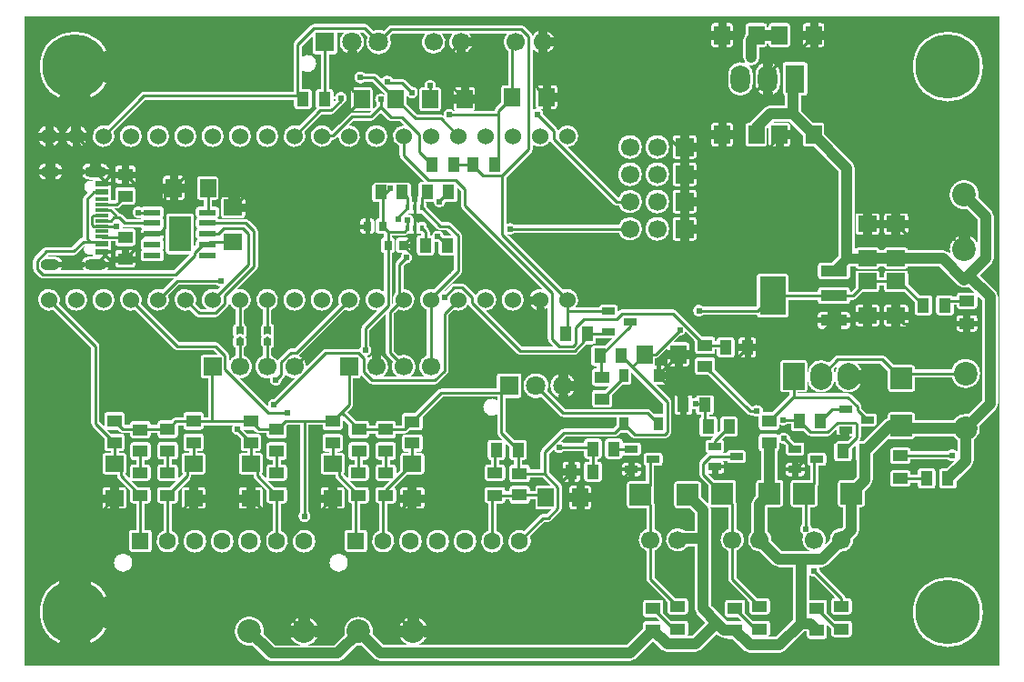
<source format=gtl>
G04 Layer: TopLayer*
G04 EasyEDA Pro v2.2.32.3, 2024-11-04 22:23:50*
G04 Gerber Generator version 0.3*
G04 Scale: 100 percent, Rotated: No, Reflected: No*
G04 Dimensions in millimeters*
G04 Leading zeros omitted, absolute positions, 3 integers and 5 decimals*
%FSLAX35Y35*%
%MOMM*%
%AMPolygonMacro1*4,1,5,-0.35052,0.41275,0.35052,0.41275,0.35052,-0.41275,0.0,-0.18669,-0.35052,-0.41275,-0.35052,0.41275,0*%
%AMPolygonMacro2*4,1,5,-0.35052,0.18669,0.0,0.41275,0.35052,0.18669,0.35052,-0.41275,-0.35052,-0.41275,-0.35052,0.18669,0*%
%ADD10C,0.30508*%
%ADD11C,0.69359*%
%ADD12C,0.57135*%
%ADD13C,0.86907*%
%ADD14C,0.74759*%
%ADD15C,0.45508*%
%ADD16C,0.6634*%
%ADD17C,0.65508*%
%ADD18C,0.28508*%
%ADD19C,0.21507*%
%ADD20C,0.40508*%
%ADD21C,0.53009*%
%ADD22C,1.23758*%
%ADD23C,0.63009*%
%ADD24C,0.35508*%
%ADD25C,0.70485*%
%ADD26C,0.50508*%
%ADD27C,0.90508*%
%ADD28C,1.05508*%
%ADD29C,0.76708*%
%ADD30C,3.00507*%
%ADD31C,0.85508*%
%ADD32C,1.10508*%
%ADD33C,1.25508*%
%ADD34C,5.99999*%
%ADD35R,1.48501X1.72799*%
%ADD36R,1.72799X1.48501*%
%ADD37R,1.37701X1.13254*%
%ADD38R,1.37701X1.13254*%
%ADD39R,1.64X0.55999*%
%ADD40R,2.1X3.29999*%
%ADD41R,1.24X0.6*%
%ADD42R,1.24X0.3*%
%ADD43O,2.1X1.0*%
%ADD44O,1.8X1.0*%
%ADD45C,2.2*%
%ADD46R,1.7X1.7*%
%ADD47C,1.7*%
%ADD48R,0.8X0.9*%
%ADD49R,0.8X0.9*%
%ADD50R,1.13254X1.37701*%
%ADD51R,1.13254X1.37701*%
%ADD52R,0.41999X0.6*%
%ADD53R,0.41999X0.6*%
%ADD54R,1.7X1.7*%
%ADD55R,1.39954X1.0*%
%ADD56R,1.48501X1.72799*%
%ADD57O,1.8X2.59999*%
%ADD58R,1.8X2.59999*%
%ADD59O,2.0X2.49999*%
%ADD60R,2.0X2.49999*%
%ADD61R,1.39954X1.0*%
%ADD62R,1.72799X1.48501*%
%ADD63R,2.46499X1.05001*%
%ADD64R,2.46499X3.54*%
%ADD65R,1.6X1.6*%
%ADD66C,1.6*%
%ADD67C,1.8*%
%ADD68R,1.8X1.8*%
%ADD69R,2.0X2.0*%
%ADD70R,1.25001X0.7*%
%ADD71C,1.524*%
%ADD72R,2.0X2.0*%
%ADD73R,0.9X1.3*%
%ADD74PolygonMacro1*%
%ADD75PolygonMacro2*%
%ADD76C,0.61*%
%ADD77C,0.254*%
%ADD78C,1.0*%
%ADD79C,0.94501*%
G75*


G04 Copper Start*
G36*
G01X9118346Y-38357D02*
G01X9118346Y-6083060D01*
G01X38354Y-6087025D01*
G01X38354Y-38357D01*
G01X9118346Y-38357D01*
G37*
%LPC*%
G36*
G01X661664Y-3831272D02*
G03X672898Y-3858392I38354J0D01*
G01X781795Y-3967290D01*
G01X781795Y-4064180D01*
G03X807449Y-4089834I25654J0D01*
G01X841269Y-4089834D01*
G01X841269Y-4106135D01*
G01X789901Y-4106135D01*
G03X764247Y-4131789I0J-25654D01*
G01X764247Y-4280290D01*
G03X789901Y-4305944I25654J0D01*
G01X899641Y-4305944D01*
G01X899641Y-4319631D01*
G03X910875Y-4346752I38354J0D01*
G01X1021961Y-4457839D01*
G01X1021961Y-4549229D01*
G03X1047615Y-4574883I25654J0D01*
G01X1079246Y-4574883D01*
G01X1079246Y-4821946D01*
G01X1037600Y-4821946D01*
G03X1011946Y-4847600I0J-25654D01*
G01X1011946Y-5007600D01*
G03X1037600Y-5033254I25654J0D01*
G01X1197600Y-5033254D01*
G03X1223254Y-5007600I0J25654D01*
G01X1223254Y-4847600D01*
G03X1197600Y-4821946I-25654J0D01*
G01X1155954Y-4821946D01*
G01X1155954Y-4574883D01*
G01X1187569Y-4574883D01*
G03X1213223Y-4549229I0J25654D01*
G01X1213223Y-4449229D01*
G03X1187569Y-4423575I-25654J0D01*
G01X1096179Y-4423575D01*
G01X1032511Y-4359907D01*
G03X1047615Y-4364825I15104J20736D01*
G01X1187569Y-4364825D01*
G03X1213223Y-4339171I0J25654D01*
G01X1213223Y-4239171D01*
G03X1187569Y-4213517I-25654J0D01*
G01X1155946Y-4213517D01*
G01X1155946Y-4171165D01*
G01X1187848Y-4171165D01*
G03X1213502Y-4145511I0J25654D01*
G01X1213502Y-4032258D01*
G03X1187848Y-4006604I-25654J0D01*
G01X1050146Y-4006604D01*
G03X1024492Y-4032258I0J-25654D01*
G01X1024492Y-4145511D01*
G03X1050146Y-4171165I25654J0D01*
G01X1079238Y-4171165D01*
G01X1079238Y-4213517D01*
G01X1047615Y-4213517D01*
G03X1021961Y-4239171I0J-25654D01*
G01X1021961Y-4339171D01*
G03X1026879Y-4354275I25654J0D01*
G01X976349Y-4303745D01*
G01X976349Y-4302011D01*
G03X988353Y-4280290I-13650J21721D01*
G01X988353Y-4131789D01*
G03X962699Y-4106135I-25654J0D01*
G01X917977Y-4106135D01*
G01X917977Y-4089834D01*
G01X945151Y-4089834D01*
G03X970805Y-4064180I0J25654D01*
G01X970805Y-3950927D01*
G03X945151Y-3925273I-25654J0D01*
G01X848260Y-3925273D01*
G01X812822Y-3889835D01*
G01X904340Y-3889835D01*
G01X925332Y-3910827D01*
G03X952453Y-3922061I27120J27120D01*
G01X1024492Y-3922061D01*
G01X1024492Y-3945512D01*
G03X1050146Y-3971166I25654J0D01*
G01X1187848Y-3971166D01*
G03X1213502Y-3945512I0J25654D01*
G01X1213502Y-3922061D01*
G01X1278492Y-3922061D01*
G01X1278492Y-3942311D01*
G03X1304146Y-3967965I25654J0D01*
G01X1441848Y-3967965D01*
G03X1467502Y-3942311I0J25654D01*
G01X1467502Y-3850219D01*
G01X1518395Y-3850219D01*
G01X1518395Y-3864181D01*
G03X1544049Y-3889835I25654J0D01*
G01X1681751Y-3889835D01*
G03X1707405Y-3864181I0J25654D01*
G01X1707405Y-3850219D01*
G01X1978320Y-3850219D01*
G03X2024505Y-3940845I44303J-34504D01*
G01X2051795Y-3968136D01*
G01X2051795Y-4065026D01*
G03X2077449Y-4090680I25654J0D01*
G01X2111269Y-4090680D01*
G01X2111269Y-4106135D01*
G01X2059901Y-4106135D01*
G03X2034247Y-4131789I0J-25654D01*
G01X2034247Y-4280290D01*
G03X2059901Y-4305944I25654J0D01*
G01X2169641Y-4305944D01*
G01X2169641Y-4319631D01*
G03X2180875Y-4346752I38354J0D01*
G01X2291961Y-4457839D01*
G01X2291961Y-4549229D01*
G03X2317615Y-4574883I25654J0D01*
G01X2349246Y-4574883D01*
G01X2349246Y-4829154D01*
G03X2387600Y-5033254I38354J-98446D01*
G03X2425954Y-4829154I0J105654D01*
G01X2425954Y-4574883D01*
G01X2457569Y-4574883D01*
G03X2483223Y-4549229I0J25654D01*
G01X2483223Y-4449229D01*
G03X2457569Y-4423575I-25654J0D01*
G01X2366179Y-4423575D01*
G01X2302511Y-4359907D01*
G03X2317615Y-4364825I15104J20736D01*
G01X2457569Y-4364825D01*
G03X2483223Y-4339171I0J25654D01*
G01X2483223Y-4239171D01*
G03X2457569Y-4213517I-25654J0D01*
G01X2425946Y-4213517D01*
G01X2425946Y-4170081D01*
G01X2456451Y-4170081D01*
G03X2482105Y-4144427I0J25654D01*
G01X2482105Y-4031173D01*
G03X2456451Y-4005519I-25654J0D01*
G01X2318749Y-4005519D01*
G03X2293095Y-4031173I0J-25654D01*
G01X2293095Y-4144427D01*
G03X2318749Y-4170081I25654J0D01*
G01X2349238Y-4170081D01*
G01X2349238Y-4213517D01*
G01X2317615Y-4213517D01*
G03X2291961Y-4239171I0J-25654D01*
G01X2291961Y-4339171D01*
G03X2296879Y-4354275I25654J0D01*
G01X2246349Y-4303745D01*
G01X2246349Y-4302011D01*
G03X2258353Y-4280290I-13650J21721D01*
G01X2258353Y-4131789D01*
G03X2232699Y-4106135I-25654J0D01*
G01X2187977Y-4106135D01*
G01X2187977Y-4090680D01*
G01X2215151Y-4090680D01*
G03X2240805Y-4065026I0J25654D01*
G01X2240805Y-3951773D01*
G03X2215151Y-3926119I-25654J0D01*
G01X2118260Y-3926119D01*
G01X2082822Y-3890681D01*
G01X2174340Y-3890681D01*
G01X2194486Y-3910827D01*
G03X2221607Y-3922061I27120J27120D01*
G01X2293095Y-3922061D01*
G01X2293095Y-3944427D01*
G03X2318749Y-3970081I25654J0D01*
G01X2456451Y-3970081D01*
G03X2482105Y-3944427I0J25654D01*
G01X2482105Y-3847536D01*
G01X2483913Y-3845728D01*
G01X2607472Y-3845728D01*
G01X2607472Y-4655359D01*
G03X2645826Y-4752528I38354J-41015D01*
G03X2684180Y-4655359I0J56154D01*
G01X2684180Y-3845728D01*
G01X2813795Y-3845728D01*
G01X2813795Y-3868227D01*
G03X2839449Y-3893881I25654J0D01*
G01X2977151Y-3893881D01*
G03X3002805Y-3868227I0J25654D01*
G01X3002805Y-3791971D01*
G01X3057854Y-3847021D01*
G01X3057854Y-3943911D01*
G03X3083508Y-3969565I25654J0D01*
G01X3221209Y-3969565D01*
G03X3246863Y-3943911I0J25654D01*
G01X3246863Y-3925639D01*
G01X3309095Y-3925639D01*
G01X3309095Y-3944427D01*
G03X3334749Y-3970081I25654J0D01*
G01X3472451Y-3970081D01*
G03X3498105Y-3944427I0J25654D01*
G01X3498105Y-3925639D01*
G01X3577242Y-3925639D01*
G03X3604362Y-3914405I0J38354D01*
G01X3622484Y-3896284D01*
G01X3719374Y-3896284D01*
G03X3745028Y-3870630I0J25654D01*
G01X3745028Y-3773739D01*
G01X3935818Y-3582949D01*
G01X4438573Y-3582949D01*
G03X4440377Y-3585584I22028J13150D01*
G01X4440377Y-3616337D01*
G03X4309946Y-3679800I-49776J-63463D01*
G03X4440377Y-3743263I80655J0D01*
G01X4440377Y-3921531D01*
G03X4451611Y-3948652I38354J0D01*
G01X4485155Y-3982195D01*
G01X4377273Y-3982195D01*
G03X4351619Y-4007849I0J-25654D01*
G01X4351619Y-4145551D01*
G03X4377273Y-4171205I25654J0D01*
G01X4381238Y-4171205D01*
G01X4381238Y-4213517D01*
G01X4349615Y-4213517D01*
G03X4323961Y-4239171I0J-25654D01*
G01X4323961Y-4339171D01*
G03X4349615Y-4364825I25654J0D01*
G01X4489569Y-4364825D01*
G03X4515223Y-4339171I0J25654D01*
G01X4515223Y-4239171D01*
G03X4489569Y-4213517I-25654J0D01*
G01X4457946Y-4213517D01*
G01X4457946Y-4171205D01*
G01X4490527Y-4171205D01*
G03X4516181Y-4145551I0J25654D01*
G01X4516181Y-4013222D01*
G01X4551619Y-4048660D01*
G01X4551619Y-4145551D01*
G03X4577273Y-4171205I25654J0D01*
G01X4595546Y-4171205D01*
G01X4595546Y-4213520D01*
G01X4580950Y-4213520D01*
G03X4555296Y-4239174I0J-25654D01*
G01X4555296Y-4352427D01*
G03X4580950Y-4378081I25654J0D01*
G01X4718651Y-4378081D01*
G03X4744305Y-4352427I0J25654D01*
G01X4744305Y-4334154D01*
G01X4862513Y-4334154D01*
G01X4937506Y-4409147D01*
G01X4820075Y-4409147D01*
G03X4794421Y-4434801I0J-25654D01*
G01X4794421Y-4457446D01*
G01X4744305Y-4457446D01*
G01X4744305Y-4439173D01*
G03X4718651Y-4413519I-25654J0D01*
G01X4580950Y-4413519D01*
G03X4555296Y-4439173I0J-25654D01*
G01X4555296Y-4460875D01*
G01X4515223Y-4460875D01*
G01X4515223Y-4449229D01*
G03X4489569Y-4423575I-25654J0D01*
G01X4349615Y-4423575D01*
G03X4323961Y-4449229I0J-25654D01*
G01X4323961Y-4549229D01*
G03X4349615Y-4574883I25654J0D01*
G01X4355846Y-4574883D01*
G01X4355846Y-4829154D01*
G03X4394200Y-5033254I38354J-98446D01*
G03X4432554Y-4829154I0J105654D01*
G01X4432554Y-4574883D01*
G01X4489569Y-4574883D01*
G03X4515223Y-4549229I0J25654D01*
G01X4515223Y-4537583D01*
G01X4555296Y-4537583D01*
G01X4555296Y-4552427D01*
G03X4580950Y-4578081I25654J0D01*
G01X4718651Y-4578081D01*
G03X4744305Y-4552427I0J25654D01*
G01X4744305Y-4534154D01*
G01X4794421Y-4534154D01*
G01X4794421Y-4607599D01*
G03X4820075Y-4633253I25654J0D01*
G01X4939106Y-4633253D01*
G01X4899711Y-4672648D01*
G01X4864798Y-4672648D01*
G03X4837677Y-4683882I0J-38354D01*
G01X4690692Y-4830867D01*
G03X4573491Y-5002309I-42492J-96733D01*
G03X4744933Y-4885108I74709J74709D01*
G01X4880684Y-4749356D01*
G01X4915598Y-4749356D01*
G03X4942718Y-4738123I0J38354D01*
G01X5032521Y-4648320D01*
G03X5043754Y-4621200I-27120J27120D01*
G01X5043754Y-4422800D01*
G03X5032521Y-4395680I-38354J0D01*
G01X4921244Y-4284404D01*
G01X4921244Y-4112977D01*
G01X4963726Y-4070496D01*
G03X5005257Y-4106325I52774J19188D01*
G03X5057515Y-4089662I11243J55017D01*
G01X5250277Y-4089662D01*
G01X5250277Y-4135533D01*
G03X5275931Y-4161187I25654J0D01*
G01X5294203Y-4161187D01*
G01X5294203Y-4185395D01*
G01X5275773Y-4185395D01*
G03X5250119Y-4211049I0J-25654D01*
G01X5250119Y-4348751D01*
G03X5275773Y-4374405I25654J0D01*
G01X5389027Y-4374405D01*
G03X5414681Y-4348751I0J25654D01*
G01X5414681Y-4211049D01*
G03X5389027Y-4185395I-25654J0D01*
G01X5370911Y-4185395D01*
G01X5370911Y-4161187D01*
G01X5389184Y-4161187D01*
G03X5414838Y-4135533I0J25654D01*
G01X5414838Y-3997832D01*
G03X5389184Y-3972178I-25654J0D01*
G01X5275931Y-3972178D01*
G03X5250277Y-3997832I0J-25654D01*
G01X5250277Y-4012954D01*
G01X5057515Y-4012954D01*
G03X5035688Y-3998534I-41015J-38354D01*
G01X5078382Y-3955839D01*
G01X5532798Y-3955839D01*
G03X5559918Y-3944606I0J38354D01*
G01X5582080Y-3922445D01*
G01X5654906Y-3922445D01*
G01X5692972Y-3960511D01*
G03X5720093Y-3971745I27120J27120D01*
G01X5999493Y-3971745D01*
G03X6026613Y-3960511I0J38354D01*
G01X6052013Y-3935111D01*
G03X6063247Y-3907991I-27120J27120D01*
G01X6063247Y-3629393D01*
G03X6052013Y-3602273I-38354J0D01*
G01X5922198Y-3472458D01*
G01X5983507Y-3472458D01*
G03X6009161Y-3446804I0J25654D01*
G01X6009161Y-3316804D01*
G03X5983507Y-3291150I-25654J0D01*
G01X5904176Y-3291150D01*
G03X5910663Y-3274099I-19167J17051D01*
G01X5910663Y-3226054D01*
G01X5912358Y-3226054D01*
G03X5939478Y-3214820I0J38354D01*
G01X6029369Y-3124929D01*
G01X6029369Y-3274099D01*
G03X6055023Y-3299753I25654J0D01*
G01X6203525Y-3299753D01*
G03X6229179Y-3274099I0J25654D01*
G01X6229179Y-3101301D01*
G03X6203525Y-3075647I-25654J0D01*
G01X6078652Y-3075647D01*
G01X6139076Y-3015223D01*
G03X6194232Y-2976852I1882J56123D01*
G01X6280895Y-3063515D01*
G01X6280895Y-3160405D01*
G03X6306549Y-3186059I25654J0D01*
G01X6444251Y-3186059D01*
G03X6469905Y-3160405I0J25654D01*
G01X6469905Y-3142132D01*
G01X6485219Y-3142132D01*
G01X6485219Y-3193051D01*
G03X6510873Y-3218705I25654J0D01*
G01X6624127Y-3218705D01*
G03X6649781Y-3193051I0J25654D01*
G01X6649781Y-3055349D01*
G03X6624127Y-3029695I-25654J0D01*
G01X6510873Y-3029695D01*
G03X6485219Y-3055349I0J-25654D01*
G01X6485219Y-3065424D01*
G01X6469905Y-3065424D01*
G01X6469905Y-3047152D01*
G03X6444251Y-3021498I-25654J0D01*
G01X6347360Y-3021498D01*
G01X6105450Y-2779587D01*
G03X6078329Y-2768354I-27120J-27120D01*
G01X5600700Y-2768354D01*
G03X5573580Y-2779587I0J-38354D01*
G01X5563455Y-2789712D01*
G01X5563455Y-2752904D01*
G03X5537801Y-2727250I-25654J0D01*
G01X5412800Y-2727250D01*
G03X5387400Y-2749304I0J-25654D01*
G01X5167068Y-2749304D01*
G03X5053100Y-2585867I-74368J69596D01*
G01X4538831Y-2071598D01*
G03X4600315Y-2057662I20469J52291D01*
G01X5573106Y-2057662D01*
G03X5787554Y-2019308I103794J38354D01*
G03X5573106Y-1980954I-110654J0D01*
G01X4600315Y-1980954D01*
G03X4526204Y-1973943I-41015J-38354D01*
G01X4526204Y-1539887D01*
G01X4761363Y-1304728D01*
G03X4772596Y-1277608I-27120J27120D01*
G01X4772596Y-1233196D01*
G03X4931314Y-1198097I66104J77489D01*
G03X4938580Y-1208228I34386J16989D01*
G01X5522780Y-1792428D01*
G03X5549900Y-1803662I27120J27120D01*
G01X5573106Y-1803662D01*
G03X5787554Y-1765308I103794J38354D01*
G03X5573106Y-1726954I-110654J0D01*
G01X5565787Y-1726954D01*
G01X5096330Y-1257497D01*
G03X5179758Y-1102839I-3630J101789D01*
G03X5004054Y-1105547I-87058J-52869D01*
G01X5004054Y-1104908D01*
G03X4992820Y-1077787I-38354J0D01*
G01X4869423Y-954389D01*
G03X4842368Y-904462I-56123J1882D01*
G01X4971834Y-904462D01*
G03X4997488Y-878808I0J25654D01*
G01X4997488Y-706010D01*
G03X4971834Y-680356I-25654J0D01*
G01X4823333Y-680356D01*
G03X4797679Y-706010I0J-25654D01*
G01X4797679Y-878808D01*
G03X4805187Y-896943I25654J0D01*
G03X4787474Y-902645I8113J-55565D01*
G03X4772596Y-913823I25826J-49863D01*
G01X4772596Y-339786D01*
G03X4975975Y-278407I92729J60378D01*
G03X4771519Y-220717I-110649J-1001D01*
G03X4761363Y-202622I-37277J-9026D01*
G01X4692770Y-134030D01*
G03X4665650Y-122796I-27120J-27120D01*
G01X3454349Y-122796D01*
G03X3427229Y-134030I0J-38354D01*
G01X3386131Y-175128D01*
G03X3288121Y-174168I-50031J-104272D01*
G01X3237726Y-123773D01*
G03X3210606Y-112540I-27120J-27120D01*
G01X2733607Y-112540D01*
G03X2706486Y-123773I0J-38354D01*
G01X2554086Y-276173D01*
G03X2542853Y-303294I27120J-27120D01*
G01X2542853Y-739912D01*
G01X1152141Y-739912D01*
G03X1125021Y-751146I0J-38354D01*
G01X814300Y-1061867D01*
G03X702678Y-1227729I-39600J-93841D01*
G03X868541Y-1116108I72022J72022D01*
G01X1168028Y-816620D01*
G01X2549820Y-816620D01*
G01X2549820Y-880050D01*
G03X2575474Y-905704I25654J0D01*
G01X2688727Y-905704D01*
G03X2714381Y-880050I0J25654D01*
G01X2714381Y-742349D01*
G03X2688727Y-716695I-25654J0D01*
G01X2619561Y-716695D01*
G01X2619561Y-536919D01*
G03X2756756Y-479400I56540J57519D01*
G03X2619561Y-421880I-80655J0D01*
G01X2619561Y-319180D01*
G01X2720447Y-218294D01*
G01X2720447Y-369400D01*
G03X2746101Y-395054I25654J0D01*
G01X2797747Y-395054D01*
G01X2797747Y-716695D01*
G01X2775473Y-716695D01*
G03X2749819Y-742349I0J-25654D01*
G01X2749819Y-880050D01*
G03X2756667Y-897499I25654J0D01*
G01X2592300Y-1061867D01*
G03X2480678Y-1227729I-39600J-93841D01*
G03X2646541Y-1116108I72022J72022D01*
G01X2808984Y-953664D01*
G01X2894697Y-953664D01*
G03X2921818Y-942431I0J38354D01*
G01X3011620Y-852628D01*
G03X3016969Y-845923I-27120J27120D01*
G03X2999492Y-745992I-32469J45815D01*
G03X2933084Y-822683I-14992J-54116D01*
G01X2914381Y-841386D01*
G01X2914381Y-742349D01*
G03X2888727Y-716695I-25654J0D01*
G01X2874455Y-716695D01*
G01X2874455Y-395054D01*
G01X2926100Y-395054D01*
G03X2951754Y-369400I0J25654D01*
G01X2951754Y-189248D01*
G01X3013667Y-189248D01*
G03X3086113Y-395054I72446J-90152D01*
G03X3158558Y-189248I0J115654D01*
G01X3194719Y-189248D01*
G01X3232821Y-227349D01*
G03X3334974Y-395048I103279J-52051D01*
G03X3440372Y-229369I1125J115648D01*
G01X3470236Y-199504D01*
G01X3771551Y-199504D01*
G03X3848100Y-390061I76549J-79903D01*
G03X3924649Y-199504I0J110654D01*
G01X4025551Y-199504D01*
G03X4102100Y-390061I76549J-79903D01*
G03X4178649Y-199504I0J110654D01*
G01X4534777Y-199504D01*
G03X4540714Y-364603I76549J-79903D01*
G01X4540714Y-680356D01*
G01X4504817Y-680356D01*
G03X4479163Y-706010I0J-25654D01*
G01X4479163Y-838073D01*
G01X4424947Y-892289D01*
G03X4413714Y-919155I27120J-27120D01*
G01X4224730Y-919155D01*
G03X4234263Y-899199I-16122J19956D01*
G01X4234263Y-726401D01*
G03X4208609Y-700747I-25654J0D01*
G01X4060107Y-700747D01*
G03X4034453Y-726401I0J-25654D01*
G01X4034453Y-899199D01*
G03X4043986Y-919155I25654J0D01*
G01X4035883Y-919155D01*
G03X3971298Y-906541I-41015J-38354D01*
G03X3939081Y-963920I23570J-50968D01*
G03X3913398Y-954051I-25683J-28485D01*
G01X3693834Y-954051D01*
G01X3598247Y-858464D01*
G01X3598247Y-780560D01*
G03X3694875Y-774915I46653J31253D01*
G03X3643018Y-693185I-49975J25608D01*
G01X3582218Y-632385D01*
G03X3555097Y-621151I-27120J-27120D01*
G01X3465778Y-621151D01*
G03X3414098Y-591597I-49478J-26557D01*
G03X3364893Y-625111I2202J-56111D01*
G01X3322262Y-582480D01*
G03X3295142Y-571246I-27120J-27120D01*
G01X3207316Y-571246D01*
G03X3110146Y-609600I-41015J-38354D01*
G03X3207316Y-647954I56154J0D01*
G01X3279255Y-647954D01*
G01X3398437Y-767136D01*
G01X3398437Y-773182D01*
G03X3318319Y-773719I-39795J-39618D01*
G03X3320288Y-853815I40323J-39081D01*
G01X3320288Y-866763D01*
G01X3277588Y-909464D01*
G03X3279731Y-899199I-23511J10264D01*
G01X3279731Y-726401D01*
G03X3254077Y-700747I-25654J0D01*
G01X3105575Y-700747D01*
G03X3079921Y-726401I0J-25654D01*
G01X3079921Y-899199D01*
G03X3105575Y-924853I25654J0D01*
G01X3254077Y-924853D01*
G03X3264341Y-922711I0J25654D01*
G01X3252953Y-934099D01*
G01X3091039Y-934099D01*
G03X3063919Y-945332I0J-38354D01*
G01X2898229Y-1111023D01*
G03X2704990Y-1161128I-91529J-44685D01*
G03X2902459Y-1190412I101710J5420D01*
G01X2911434Y-1190412D01*
G03X2938555Y-1179178I0J38354D01*
G01X2958894Y-1158839D01*
G03X3132722Y-1227729I101806J3131D01*
G03X3063831Y-1053902I-72022J72022D01*
G01X3106926Y-1010807D01*
G01X3268839Y-1010807D01*
G03X3295960Y-999573I0J38354D01*
G01X3355467Y-940066D01*
G01X3421324Y-1005923D01*
G03X3448445Y-1017157I27120J27120D01*
G01X3534158Y-1017157D01*
G01X3570878Y-1053877D01*
G03X3468953Y-1135100I-2178J-101831D01*
G03X3530346Y-1250064I99747J-20608D01*
G01X3530346Y-1333508D01*
G03X3541580Y-1360628I38354J0D01*
G01X3762860Y-1581908D01*
G01X3732111Y-1581908D01*
G03X3706457Y-1607562I0J-25654D01*
G01X3706457Y-1705261D01*
G03X3699485Y-1727312I31382J-22050D01*
G01X3699485Y-1767686D01*
G03X3693839Y-1767058I-5645J-25025D01*
G01X3651841Y-1767058D01*
G03X3646195Y-1767686I0J-25654D01*
G01X3646195Y-1727317D01*
G03X3639218Y-1705259I-38354J0D01*
G01X3639218Y-1607562D01*
G03X3613564Y-1581908I-25654J0D01*
G01X3500311Y-1581908D01*
G03X3479241Y-1592927I0J-25654D01*
G03X3425173Y-1584685I-34425J-44364D01*
G03X3413564Y-1581908I-11608J-22877D01*
G01X3300311Y-1581908D01*
G03X3274657Y-1607562I0J-25654D01*
G01X3274657Y-1745263D01*
G03X3300311Y-1770917I25654J0D01*
G01X3339242Y-1770917D01*
G01X3339242Y-1923254D01*
G01X3332002Y-1923254D01*
G03X3306348Y-1948908I0J-25654D01*
G01X3306348Y-2038908D01*
G03X3332002Y-2064562I25654J0D01*
G01X3384144Y-2064562D01*
G01X3384144Y-2101038D01*
G01X3382498Y-2101038D01*
G03X3356844Y-2126692I0J-25654D01*
G01X3356844Y-2216692D01*
G03X3382498Y-2242346I25654J0D01*
G01X3384144Y-2242346D01*
G01X3384144Y-2605197D01*
G03X3218298Y-2646830I-69444J-74511D01*
G03X3324144Y-2781123I96402J-32878D01*
G01X3185980Y-2919287D01*
G03X3174746Y-2946408I27120J-27120D01*
G01X3174746Y-3108592D01*
G03X3158238Y-3137631I38354J-41015D01*
G03X3149600Y-3136646I-8638J-37369D01*
G01X2844800Y-3136646D01*
G03X2817680Y-3147880I0J-38354D01*
G01X2663354Y-3302206D01*
G03X2594839Y-3199684I-110654J206D01*
G03X2596746Y-3197902I-25213J28902D01*
G01X3021100Y-2773548D01*
G03X3132722Y-2607686I39600J93841D01*
G03X2966859Y-2719308I-72022J-72022D01*
G01X2553739Y-3132428D01*
G01X2518826Y-3132428D01*
G03X2491705Y-3143661I0J-38354D01*
G01X2401903Y-3233464D01*
G03X2393794Y-3245420I27120J-27120D01*
G03X2337054Y-3198206I-95094J-56580D01*
G01X2337054Y-3127938D01*
G01X2338083Y-3127938D01*
G03X2363737Y-3102284I0J25654D01*
G01X2363737Y-3042340D01*
G03X2358813Y-3027227I-25654J0D01*
G03X2363737Y-3012114I-20730J15113D01*
G01X2363737Y-2929564D01*
G03X2338083Y-2903910I-25654J0D01*
G01X2337054Y-2903910D01*
G01X2337054Y-2774064D01*
G03X2298700Y-2577854I-38354J94357D01*
G03X2260346Y-2774064I0J-101854D01*
G01X2260346Y-2905071D01*
G03X2242325Y-2929564I7633J-24492D01*
G01X2242325Y-3012114D01*
G03X2247249Y-3027227I25654J0D01*
G03X2242325Y-3042340I20730J-15113D01*
G01X2242325Y-3102284D01*
G03X2260346Y-3126776I25654J0D01*
G01X2260346Y-3198206D01*
G03X2192897Y-3334404I38354J-103794D01*
G03X2325050Y-3409471I105803J32404D01*
G03X2370005Y-3483072I53173J-18052D01*
G03X2434346Y-3425641I8218J55549D01*
G01X2456144Y-3403843D01*
G03X2467377Y-3376723I-27120J27120D01*
G01X2467377Y-3372458D01*
G03X2552906Y-3412654I85323J70458D01*
G01X2364082Y-3601477D01*
G03X2309909Y-3678069I-1882J-56123D01*
G01X2044494Y-3412654D01*
G03X2153607Y-3321582I206J110654D01*
G03X2083054Y-3198206I-108907J19582D01*
G01X2083054Y-3127489D01*
G03X2103933Y-3102284I-4775J25206D01*
G01X2103933Y-3042340D01*
G03X2099009Y-3027227I-25654J0D01*
G03X2103933Y-3012114I-20730J15113D01*
G01X2103933Y-2929564D01*
G03X2083054Y-2904358I-25654J0D01*
G01X2083054Y-2774064D01*
G03X2141682Y-2648583I-38354J94357D01*
G03X2020982Y-2580654I-96982J-31125D01*
G01X2201818Y-2399818D01*
G03X2213051Y-2372698I-27120J27120D01*
G01X2213051Y-2042498D01*
G03X2201818Y-2015377I-38354J0D01*
G01X2125618Y-1939177D01*
G03X2098497Y-1927944I-27120J-27120D01*
G01X1848369Y-1927944D01*
G03X1838093Y-1916298I-23472J-10354D01*
G03X1850551Y-1894298I-13195J22000D01*
G01X1850551Y-1838298D01*
G03X1824897Y-1812644I-25654J0D01*
G01X1785112Y-1812644D01*
G01X1785112Y-1750353D01*
G01X1821009Y-1750353D01*
G03X1846663Y-1724699I0J25654D01*
G01X1846663Y-1551901D01*
G03X1821009Y-1526247I-25654J0D01*
G01X1672507Y-1526247D01*
G03X1646853Y-1551901I0J-25654D01*
G01X1646853Y-1724699D01*
G03X1672507Y-1750353I25654J0D01*
G01X1708404Y-1750353D01*
G01X1708404Y-1812644D01*
G01X1660897Y-1812644D01*
G03X1635243Y-1838298I0J-25654D01*
G01X1635243Y-1894298D01*
G03X1647702Y-1916298I25654J0D01*
G03X1635243Y-1938298I13195J-22000D01*
G01X1635243Y-1994298D01*
G03X1647702Y-2016298I25654J0D01*
G03X1635243Y-2038298I13195J-22000D01*
G01X1635243Y-2094297D01*
G03X1647700Y-2116296I25654J0D01*
G03X1635243Y-2138295I13198J-21999D01*
G01X1635243Y-2168908D01*
G01X1616554Y-2187598D01*
G01X1616554Y-1901298D01*
G03X1590900Y-1875644I-25654J0D01*
G01X1380900Y-1875644D01*
G03X1355246Y-1901298I0J-25654D01*
G01X1355246Y-2231297D01*
G03X1380900Y-2256951I25654J0D01*
G01X1572600Y-2256951D01*
G01X1425597Y-2403955D01*
G01X806426Y-2403955D01*
G03X804169Y-2293341I-52726J54254D01*
G01X822702Y-2293341D01*
G03X848356Y-2267687I0J25654D01*
G01X848356Y-2207687D01*
G03X846330Y-2197694I-25654J0D01*
G03X848356Y-2187702I-23628J9992D01*
G01X848356Y-2135454D01*
G01X883395Y-2135454D01*
G01X883395Y-2153727D01*
G03X909049Y-2179381I25654J0D01*
G01X1046751Y-2179381D01*
G03X1072405Y-2153727I0J25654D01*
G01X1072405Y-2040473D01*
G03X1046751Y-2014819I-25654J0D01*
G01X950569Y-2014819D01*
G03X954584Y-1998827I-51866J21521D01*
G03X974903Y-2004652I20319J32530D01*
G01X1123431Y-2004652D01*
G03X1133707Y-2016298I23472J10354D01*
G03X1121249Y-2038298I13195J-22000D01*
G01X1121249Y-2094297D01*
G03X1133705Y-2116296I25654J0D01*
G03X1121249Y-2138295I13198J-21999D01*
G01X1121249Y-2194295D01*
G03X1133707Y-2216295I25654J0D01*
G03X1121249Y-2238295I13195J-22000D01*
G01X1121249Y-2294294D01*
G03X1146903Y-2319948I25654J0D01*
G01X1310903Y-2319948D01*
G03X1336557Y-2294294I0J25654D01*
G01X1336557Y-2238295D01*
G03X1324098Y-2216295I-25654J0D01*
G03X1336557Y-2194295I-13195J22000D01*
G01X1336557Y-2138295D01*
G03X1324100Y-2116296I-25654J0D01*
G03X1336557Y-2094297I-13198J21999D01*
G01X1336557Y-2038298D01*
G03X1324098Y-2016298I-25654J0D01*
G03X1336557Y-1994298I-13195J22000D01*
G01X1336557Y-1938298D01*
G03X1324098Y-1916298I-25654J0D01*
G03X1336557Y-1894298I-13195J22000D01*
G01X1336557Y-1838298D01*
G03X1310903Y-1812644I-25654J0D01*
G01X1146903Y-1812644D01*
G03X1130927Y-1818226I0J-25654D01*
G03X1045749Y-1866298I-29024J-48072D01*
G03X1130927Y-1914370I56154J0D01*
G03X1133707Y-1916298I15976J20072D01*
G03X1123431Y-1927944I13195J-22000D01*
G01X990790Y-1927944D01*
G01X951223Y-1888377D01*
G03X924103Y-1877144I-27120J-27120D01*
G01X922103Y-1877144D01*
G03X913123Y-1862977I-36100J-12954D01*
G01X881204Y-1831058D01*
G01X898096Y-1831058D01*
G03X925216Y-1819824I0J38354D01*
G01X949860Y-1795181D01*
G01X1046751Y-1795181D01*
G03X1072405Y-1769527I0J25654D01*
G01X1072405Y-1656273D01*
G03X1046751Y-1630619I-25654J0D01*
G01X909049Y-1630619D01*
G03X883395Y-1656273I0J-25654D01*
G01X883395Y-1753164D01*
G01X882209Y-1754350D01*
G01X848356Y-1754350D01*
G01X848356Y-1727691D01*
G03X846327Y-1717692I-25654J0D01*
G03X848356Y-1707693I-23625J9999D01*
G01X848356Y-1647693D01*
G03X846330Y-1637701I-25654J0D01*
G03X848356Y-1627708I-23628J9992D01*
G01X848356Y-1567708D01*
G03X822702Y-1542054I-25654J0D01*
G01X804169Y-1542054D01*
G03X753701Y-1410040I-50468J56360D01*
G01X643701Y-1410040D01*
G03X643701Y-1561348I0J-75654D01*
G01X673849Y-1561348D01*
G03X673048Y-1567708I24853J-6360D01*
G01X673048Y-1574889D01*
G03X595422Y-1604429I-24334J-52817D01*
G03X626504Y-1681451I53292J-23277D01*
G01X592738Y-1715216D01*
G03X581505Y-1742336I27120J-27120D01*
G01X581505Y-2099727D01*
G03X560988Y-2110388I6604J-37781D01*
G01X484224Y-2187152D01*
G01X246111Y-2187152D01*
G03X218991Y-2198386I0J-38354D01*
G01X129188Y-2288188D01*
G03X117955Y-2315309I27120J-27120D01*
G01X117955Y-2391509D01*
G03X129188Y-2418629I38354J0D01*
G01X179988Y-2469429D01*
G03X207109Y-2480663I27120J27120D01*
G01X1427504Y-2480663D01*
G01X1322300Y-2585867D01*
G03X1210678Y-2751729I-39600J-93841D01*
G03X1376541Y-2640108I72022J72022D01*
G01X1476387Y-2540262D01*
G01X1825885Y-2540262D01*
G03X1858706Y-2557461I41015J38354D01*
G01X1830300Y-2585867D01*
G03X1700279Y-2632821I-39600J-93841D01*
G03X1736820Y-2766144I90421J-46886D01*
G01X1677377Y-2766144D01*
G01X1630541Y-2719308D01*
G03X1464678Y-2607686I-93841J39600D01*
G03X1576300Y-2773548I72022J-72022D01*
G01X1634370Y-2831618D01*
G03X1661490Y-2842852I27120J27120D01*
G01X1819097Y-2842852D01*
G03X1846218Y-2831618I0J38354D01*
G01X1932410Y-2745426D01*
G03X1943644Y-2718306I-27120J27120D01*
G01X1943644Y-2692429D01*
G03X2006346Y-2774064I101056J12721D01*
G01X2006346Y-2903975D01*
G03X1982521Y-2929564I1829J-25589D01*
G01X1982521Y-3012114D01*
G03X1987445Y-3027227I25654J0D01*
G03X1982521Y-3042340I20730J-15113D01*
G01X1982521Y-3102284D01*
G03X2006346Y-3127872I25654J0D01*
G01X2006346Y-3198206D01*
G03X1943354Y-3257579I38354J-103794D01*
G01X1943354Y-3200400D01*
G03X1932120Y-3173280I-38354J0D01*
G01X1842318Y-3083477D01*
G03X1815197Y-3072243I-27120J-27120D01*
G01X1475477Y-3072243D01*
G01X1122541Y-2719308D01*
G03X956678Y-2607686I-93841J39600D01*
G03X1068300Y-2773548I72022J-72022D01*
G01X1432469Y-3137718D01*
G03X1459590Y-3148951I27120J27120D01*
G01X1799311Y-3148951D01*
G01X1841705Y-3191346D01*
G01X1705700Y-3191346D01*
G03X1680046Y-3217000I0J-25654D01*
G01X1680046Y-3387000D01*
G03X1705700Y-3412654I25654J0D01*
G01X1749461Y-3412654D01*
G01X1749461Y-3773511D01*
G01X1707405Y-3773511D01*
G01X1707405Y-3750927D01*
G03X1681751Y-3725273I-25654J0D01*
G01X1544049Y-3725273D01*
G03X1518395Y-3750927I0J-25654D01*
G01X1518395Y-3773511D01*
G01X1446817Y-3773511D01*
G03X1419696Y-3784744I0J-38354D01*
G01X1401037Y-3803404D01*
G01X1304146Y-3803404D01*
G03X1278492Y-3829058I0J-25654D01*
G01X1278492Y-3845353D01*
G01X1213502Y-3845353D01*
G01X1213502Y-3832258D01*
G03X1187848Y-3806604I-25654J0D01*
G01X1050146Y-3806604D01*
G03X1024492Y-3832258I0J-25654D01*
G01X1024492Y-3845353D01*
G01X970805Y-3845353D01*
G01X970805Y-3750927D01*
G03X945151Y-3725273I-25654J0D01*
G01X807449Y-3725273D01*
G03X781795Y-3750927I0J-25654D01*
G01X781795Y-3858808D01*
G01X738372Y-3815385D01*
G01X738372Y-3113026D01*
G03X727138Y-3085905I-38354J0D01*
G01X360541Y-2719308D01*
G03X194678Y-2607686I-93841J39600D01*
G03X306300Y-2773548I72022J-72022D01*
G01X661664Y-3128912D01*
G01X661664Y-3831272D01*
G37*
G36*
G01X266700Y-1257562D02*
G03X266700Y-1053854I0J101854D01*
G03X266700Y-1257562I0J-101854D01*
G37*
G36*
G01X320693Y-1410040D02*
G01X240693Y-1410040D01*
G03X240693Y-1561348I0J-75654D01*
G01X320693Y-1561348D01*
G03X320693Y-1410040I0J75654D01*
G37*
G36*
G01X833653Y-508008D02*
G03X182347Y-508008I-325653J0D01*
G03X833653Y-508008I325653J0D01*
G37*
G36*
G01X833653Y-5588008D02*
G03X182347Y-5588008I-325653J0D01*
G03X833653Y-5588008I325653J0D01*
G37*
G36*
G01X520700Y-1257562D02*
G03X520700Y-1053854I0J101854D01*
G03X520700Y-1257562I0J-101854D01*
G37*
G36*
G01X520700Y-2781562D02*
G03X520700Y-2577854I0J101854D01*
G03X520700Y-2781562I0J-101854D01*
G37*
G36*
G01X774700Y-2781562D02*
G03X774700Y-2577854I0J101854D01*
G03X774700Y-2781562I0J-101854D01*
G37*
G36*
G01X962699Y-4624460D02*
G03X988353Y-4598806I0J25654D01*
G01X988353Y-4450305D01*
G03X962699Y-4424651I-25654J0D01*
G01X789901Y-4424651D01*
G03X764247Y-4450305I0J-25654D01*
G01X764247Y-4598806D01*
G03X789901Y-4624460I25654J0D01*
G01X962699Y-4624460D01*
G37*
G36*
G01X1043259Y-5127600D02*
G03X871952Y-5127600I-85654J0D01*
G03X1043259Y-5127600I85654J0D01*
G37*
G36*
G01X1046751Y-2379381D02*
G03X1072405Y-2353727I0J25654D01*
G01X1072405Y-2240473D01*
G03X1046751Y-2214819I-25654J0D01*
G01X909049Y-2214819D01*
G03X883395Y-2240473I0J-25654D01*
G01X883395Y-2353727D01*
G03X909049Y-2379381I25654J0D01*
G01X1046751Y-2379381D01*
G37*
G36*
G01X909049Y-1430619D02*
G03X883395Y-1456273I0J-25654D01*
G01X883395Y-1569527D01*
G03X909049Y-1595181I25654J0D01*
G01X1046751Y-1595181D01*
G03X1072405Y-1569527I0J25654D01*
G01X1072405Y-1456273D01*
G03X1046751Y-1430619I-25654J0D01*
G01X909049Y-1430619D01*
G37*
G36*
G01X1028700Y-1257562D02*
G03X1028700Y-1053854I0J101854D01*
G03X1028700Y-1257562I0J-101854D01*
G37*
G36*
G01X1282700Y-1257562D02*
G03X1282700Y-1053854I0J101854D01*
G03X1282700Y-1257562I0J-101854D01*
G37*
G36*
G01X1333246Y-4829154D02*
G03X1371600Y-5033254I38354J-98446D01*
G03X1409954Y-4829154I0J105654D01*
G01X1409954Y-4574883D01*
G01X1441569Y-4574883D01*
G03X1467223Y-4549229I0J25654D01*
G01X1467223Y-4457854D01*
G01X1578325Y-4346752D01*
G03X1589559Y-4319631I-27120J27120D01*
G01X1589559Y-4305944D01*
G01X1699299Y-4305944D01*
G03X1724953Y-4280290I0J25654D01*
G01X1724953Y-4131789D01*
G03X1699299Y-4106135I-25654J0D01*
G01X1651254Y-4106135D01*
G01X1651254Y-4089834D01*
G01X1681751Y-4089834D01*
G03X1707405Y-4064180I0J25654D01*
G01X1707405Y-3950927D01*
G03X1681751Y-3925273I-25654J0D01*
G01X1544049Y-3925273D01*
G03X1518395Y-3950927I0J-25654D01*
G01X1518395Y-4064180D01*
G03X1544049Y-4089834I25654J0D01*
G01X1574546Y-4089834D01*
G01X1574546Y-4106135D01*
G01X1526501Y-4106135D01*
G03X1500847Y-4131789I0J-25654D01*
G01X1500847Y-4280290D01*
G03X1512851Y-4302011I25654J0D01*
G01X1512851Y-4303745D01*
G01X1462264Y-4354331D01*
G03X1467223Y-4339171I-20695J15160D01*
G01X1467223Y-4239171D01*
G03X1441569Y-4213517I-25654J0D01*
G01X1409946Y-4213517D01*
G01X1409946Y-4167965D01*
G01X1441848Y-4167965D01*
G03X1467502Y-4142311I0J25654D01*
G01X1467502Y-4029057D01*
G03X1441848Y-4003403I-25654J0D01*
G01X1304146Y-4003403D01*
G03X1278492Y-4029057I0J-25654D01*
G01X1278492Y-4142311D01*
G03X1304146Y-4167965I25654J0D01*
G01X1333238Y-4167965D01*
G01X1333238Y-4213517D01*
G01X1301615Y-4213517D01*
G03X1275961Y-4239171I0J-25654D01*
G01X1275961Y-4339171D01*
G03X1301615Y-4364825I25654J0D01*
G01X1441569Y-4364825D01*
G03X1456730Y-4359866I0J25654D01*
G01X1393021Y-4423575D01*
G01X1301615Y-4423575D01*
G03X1275961Y-4449229I0J-25654D01*
G01X1275961Y-4549229D01*
G03X1301615Y-4574883I25654J0D01*
G01X1333246Y-4574883D01*
G01X1333246Y-4829154D01*
G37*
G36*
G01X1328337Y-1724699D02*
G03X1353991Y-1750353I25654J0D01*
G01X1502493Y-1750353D01*
G03X1528147Y-1724699I0J25654D01*
G01X1528147Y-1551901D01*
G03X1502493Y-1526247I-25654J0D01*
G01X1353991Y-1526247D01*
G03X1328337Y-1551901I0J-25654D01*
G01X1328337Y-1724699D01*
G37*
G36*
G01X1536700Y-1257562D02*
G03X1536700Y-1053854I0J101854D01*
G03X1536700Y-1257562I0J-101854D01*
G37*
G36*
G01X1699299Y-4624460D02*
G03X1724953Y-4598806I0J25654D01*
G01X1724953Y-4450305D01*
G03X1699299Y-4424651I-25654J0D01*
G01X1526501Y-4424651D01*
G03X1500847Y-4450305I0J-25654D01*
G01X1500847Y-4598806D01*
G03X1526501Y-4624460I25654J0D01*
G01X1699299Y-4624460D01*
G37*
G36*
G01X1519946Y-4927600D02*
G03X1731254Y-4927600I105654J0D01*
G03X1519946Y-4927600I-105654J0D01*
G37*
G36*
G01X1790700Y-1257562D02*
G03X1790700Y-1053854I0J101854D01*
G03X1790700Y-1257562I0J-101854D01*
G37*
G36*
G01X1773946Y-4927600D02*
G03X1985254Y-4927600I105654J0D01*
G03X1773946Y-4927600I-105654J0D01*
G37*
G36*
G01X1894801Y-1722037D02*
G03X1869147Y-1747691I0J-25654D01*
G01X1869147Y-1896193D01*
G03X1894801Y-1921847I25654J0D01*
G01X2067599Y-1921847D01*
G03X2093253Y-1896193I0J25654D01*
G01X2093253Y-1747691D01*
G03X2067599Y-1722037I-25654J0D01*
G01X1894801Y-1722037D01*
G37*
G36*
G01X2044700Y-1257562D02*
G03X2044700Y-1053854I0J101854D01*
G03X2044700Y-1257562I0J-101854D01*
G37*
G36*
G01X8953647Y-3614046D02*
G01X8827224Y-3740469D01*
G03X8688502Y-3797930I-26124J-133115D01*
G01X8329854Y-3797930D01*
G01X8329854Y-3752197D01*
G03X8304200Y-3726543I-25654J0D01*
G01X8104200Y-3726543D01*
G03X8078546Y-3752197I0J-25654D01*
G01X8078546Y-3778804D01*
G03X8043407Y-3798702I18357J-73393D01*
G01X7847213Y-3994895D01*
G01X7808445Y-3994895D01*
G01X7813821Y-3989520D01*
G03X7825054Y-3962400I-27120J27120D01*
G01X7825054Y-3857946D01*
G01X7947600Y-3857946D01*
G03X7973254Y-3832292I0J25654D01*
G01X7973254Y-3762292D01*
G03X7947600Y-3736638I-25654J0D01*
G01X7878687Y-3736638D01*
G01X7832559Y-3690511D01*
G01X7832559Y-3674100D01*
G03X7821325Y-3646980I-38354J0D01*
G01X7731523Y-3557177D01*
G03X7704402Y-3545944I-27120J-27120D01*
G01X7239246Y-3545944D01*
G01X7239246Y-3541554D01*
G01X7300892Y-3541554D01*
G03X7326546Y-3515900I0J25654D01*
G01X7326546Y-3265900D01*
G03X7300892Y-3240246I-25654J0D01*
G01X7100893Y-3240246D01*
G03X7075239Y-3265900I0J-25654D01*
G01X7075239Y-3515900D01*
G03X7100893Y-3541554I25654J0D01*
G01X7162538Y-3541554D01*
G01X7162538Y-3563921D01*
G01X6998740Y-3727719D01*
G01X6914294Y-3727719D01*
G03X6818585Y-3676642I-54694J12723D01*
G01X6809262Y-3676642D01*
G01X6469905Y-3337285D01*
G01X6469905Y-3240395D01*
G03X6444251Y-3214741I-25654J0D01*
G01X6306549Y-3214741D01*
G03X6280895Y-3240395I0J-25654D01*
G01X6280895Y-3353648D01*
G03X6306549Y-3379302I25654J0D01*
G01X6403440Y-3379302D01*
G01X6766254Y-3742117D01*
G03X6793375Y-3753350I27120J27120D01*
G01X6818585Y-3753350D01*
G03X6876195Y-3768642I41015J38354D01*
G01X6876195Y-3866627D01*
G03X6901849Y-3892281I25654J0D01*
G01X7039550Y-3892281D01*
G03X7065204Y-3866627I0J25654D01*
G01X7065204Y-3841926D01*
G03X7140315Y-3835662I34096J44618D01*
G01X7174398Y-3835662D01*
G01X7174398Y-3878851D01*
G03X7200052Y-3904505I25654J0D01*
G01X7296942Y-3904505D01*
G01X7331158Y-3938720D01*
G03X7358278Y-3949954I27120J27120D01*
G01X7518059Y-3949954D01*
G03X7545179Y-3938720I0J38354D01*
G01X7596946Y-3886954D01*
G01X7596946Y-3927288D01*
G03X7622600Y-3952942I25654J0D01*
G01X7741917Y-3952942D01*
G01X7699964Y-3994895D01*
G01X7603073Y-3994895D01*
G03X7577419Y-4020549I0J-25654D01*
G01X7577419Y-4158251D01*
G03X7603073Y-4183905I25654J0D01*
G01X7716327Y-4183905D01*
G03X7741981Y-4158251I0J25654D01*
G01X7741981Y-4061360D01*
G01X7777419Y-4025922D01*
G01X7777419Y-4158251D01*
G03X7784046Y-4175458I25654J0D01*
G01X7784046Y-4330465D01*
G01X7757065Y-4357446D01*
G01X7638402Y-4357446D01*
G03X7612748Y-4383100I0J-25654D01*
G01X7612748Y-4583100D01*
G03X7638402Y-4608754I25654J0D01*
G01X7662748Y-4608754D01*
G01X7662748Y-4790569D01*
G01X7649004Y-4804313D01*
G03X7534805Y-4918512I-3604J-110595D01*
G01X7491723Y-4961594D01*
G03X7370905Y-4806168I-100323J46686D01*
G03X7353562Y-4772300I-55697J-7147D01*
G01X7353562Y-4608754D01*
G01X7398398Y-4608754D01*
G03X7424052Y-4583100I0J25654D01*
G01X7424052Y-4416984D01*
G03X7429894Y-4396637I-32512J20347D01*
G01X7429894Y-4226246D01*
G01X7477700Y-4226246D01*
G03X7503354Y-4200592I0J25654D01*
G01X7503354Y-4130592D01*
G03X7477700Y-4104938I-25654J0D01*
G01X7352699Y-4104938D01*
G03X7327045Y-4130592I0J-25654D01*
G01X7327045Y-4200592D01*
G03X7352699Y-4226246I25654J0D01*
G01X7353186Y-4226246D01*
G01X7353186Y-4357446D01*
G01X7198398Y-4357446D01*
G03X7172744Y-4383100I0J-25654D01*
G01X7172744Y-4583100D01*
G03X7198398Y-4608754I25654J0D01*
G01X7276854Y-4608754D01*
G01X7276854Y-4772300D01*
G03X7292750Y-4864783I38354J-41015D01*
G03X7348632Y-5016962I98650J-50125D01*
G01X7092446Y-5016962D01*
G01X6993995Y-4918512D01*
G03X6959986Y-4835040I-110595J3604D01*
G01X6959986Y-4608754D01*
G01X7076402Y-4608754D01*
G03X7102056Y-4583100I0J25654D01*
G01X7102056Y-4383100D01*
G03X7076402Y-4357446I-25654J0D01*
G01X7052056Y-4357446D01*
G01X7052056Y-4089026D01*
G03X7065204Y-4066626I-12506J22399D01*
G01X7065204Y-3997476D01*
G03X7115482Y-4025119I48396J28480D01*
G01X7127046Y-4036683D01*
G01X7127046Y-4105596D01*
G03X7152700Y-4131250I25654J0D01*
G01X7277701Y-4131250D01*
G03X7303355Y-4105596I0J25654D01*
G01X7303355Y-4035596D01*
G03X7277701Y-4009942I-25654J0D01*
G01X7208787Y-4009942D01*
G01X7169723Y-3970878D01*
G03X7127422Y-3914570I-56123J1882D01*
G03X7063380Y-3943872I-13822J-54426D01*
G03X7039550Y-3927719I-23830J-9501D01*
G01X6901849Y-3927719D01*
G03X6876195Y-3953373I0J-25654D01*
G01X6876195Y-4066626D01*
G03X6900748Y-4092257I25654J0D01*
G01X6900748Y-4357446D01*
G01X6876402Y-4357446D01*
G03X6850748Y-4383100I0J-25654D01*
G01X6850748Y-4501763D01*
G01X6830836Y-4521675D01*
G03X6808678Y-4575170I53495J-53495D01*
G01X6808678Y-4833293D01*
G03X6780928Y-4956666I74722J-81614D01*
G03X6887004Y-5025503I102472J41758D01*
G01X7007613Y-5146112D01*
G03X7061109Y-5168270I53495J53495D01*
G01X7192037Y-5168270D01*
G01X7192037Y-5661280D01*
G01X7036354Y-5816963D01*
G01X6964473Y-5816963D01*
G03X6979039Y-5793829I-11088J23134D01*
G01X6979039Y-5693829D01*
G03X6953385Y-5668175I-25654J0D01*
G01X6822515Y-5668175D01*
G01X6749305Y-5594964D01*
G01X6749305Y-5498074D01*
G03X6723651Y-5472420I-25654J0D01*
G01X6585949Y-5472420D01*
G03X6560295Y-5498074I0J-25654D01*
G01X6560295Y-5611327D01*
G03X6585949Y-5636981I25654J0D01*
G01X6682840Y-5636981D01*
G01X6718278Y-5672419D01*
G01X6585949Y-5672419D01*
G03X6580170Y-5673079I0J-25654D01*
G01X6430454Y-5523363D01*
G01X6430454Y-4636198D01*
G03X6423963Y-4605539I-75654J0D01*
G03X6436398Y-4608754I12435J22439D01*
G01X6591046Y-4608754D01*
G01X6591046Y-4811113D01*
G03X6591046Y-5018702I38354J-103794D01*
G01X6591046Y-5279763D01*
G03X6602280Y-5306884I38354J0D01*
G01X6787777Y-5492381D01*
G01X6787777Y-5583771D01*
G03X6813431Y-5609425I25654J0D01*
G01X6953385Y-5609425D01*
G03X6979039Y-5583771I0J25654D01*
G01X6979039Y-5483771D01*
G03X6953385Y-5458117I-25654J0D01*
G01X6861994Y-5458117D01*
G01X6667754Y-5263877D01*
G01X6667754Y-5018702D01*
G03X6667754Y-4811113I-38354J103794D01*
G01X6667754Y-4576102D01*
G03X6662052Y-4555980I-38354J0D01*
G01X6662052Y-4383100D01*
G03X6636398Y-4357446I-25654J0D01*
G01X6464985Y-4357446D01*
G01X6403381Y-4295842D01*
G01X6528401Y-4295842D01*
G03X6554055Y-4270188I0J25654D01*
G01X6554055Y-4200188D01*
G03X6542176Y-4178546I-25654J0D01*
G01X6577965Y-4178546D01*
G03X6603399Y-4200846I25434J3354D01*
G01X6728400Y-4200846D01*
G03X6754054Y-4175192I0J25654D01*
G01X6754054Y-4105192D01*
G03X6728400Y-4079538I-25654J0D01*
G01X6603399Y-4079538D01*
G03X6577965Y-4101838I0J-25654D01*
G01X6542176Y-4101838D01*
G03X6554055Y-4080196I-13775J21642D01*
G01X6554055Y-4010196D01*
G03X6529496Y-3984566I-25654J0D01*
G01X6558758Y-3955305D01*
G01X6655648Y-3955305D01*
G03X6681302Y-3929651I0J25654D01*
G01X6681302Y-3791949D01*
G03X6655648Y-3766295I-25654J0D01*
G01X6542395Y-3766295D01*
G03X6516741Y-3791949I0J-25654D01*
G01X6516741Y-3888840D01*
G01X6488059Y-3917522D01*
G01X6488059Y-3791949D01*
G03X6462405Y-3766295I-25654J0D01*
G01X6412154Y-3766295D01*
G01X6412154Y-3752105D01*
G01X6430427Y-3752105D01*
G03X6456081Y-3726451I0J25654D01*
G01X6456081Y-3588749D01*
G03X6430427Y-3563095I-25654J0D01*
G01X6317173Y-3563095D01*
G03X6291519Y-3588724I-13J-25641D01*
G01X6291519Y-3588978D01*
G03X6256081Y-3597706I-5019J-55929D01*
G01X6256081Y-3588749D01*
G03X6230427Y-3563095I-25654J0D01*
G01X6117173Y-3563095D01*
G03X6091519Y-3588749I0J-25654D01*
G01X6091519Y-3726451D01*
G03X6117173Y-3752105I25654J0D01*
G01X6230427Y-3752105D01*
G03X6256081Y-3726451I0J25654D01*
G01X6256081Y-3692109D01*
G03X6291519Y-3700837I30419J47201D01*
G01X6291519Y-3726451D01*
G03X6317173Y-3752105I25654J0D01*
G01X6335446Y-3752105D01*
G01X6335446Y-3770264D01*
G03X6323498Y-3791949I13706J-21686D01*
G01X6323498Y-3929651D01*
G03X6349152Y-3955305I25654J0D01*
G01X6450276Y-3955305D01*
G01X6438780Y-3966801D01*
G03X6428711Y-3984542I27120J-27120D01*
G01X6403400Y-3984542D01*
G03X6377746Y-4010196I0J-25654D01*
G01X6377746Y-4080196D01*
G03X6403400Y-4105850I25654J0D01*
G01X6405028Y-4105850D01*
G03X6394985Y-4113072I17078J-34342D01*
G01X6331478Y-4176580D01*
G03X6320244Y-4203700I27120J-27120D01*
G01X6320244Y-4305300D01*
G03X6331478Y-4332420I38354J0D01*
G01X6410744Y-4411687D01*
G01X6410744Y-4583100D01*
G01X6410846Y-4585380D01*
G03X6408295Y-4582702I-56046J-50817D01*
G01X6340056Y-4514463D01*
G01X6340056Y-4395800D01*
G03X6314402Y-4370146I-25654J0D01*
G01X6114402Y-4370146D01*
G03X6088748Y-4395800I0J-25654D01*
G01X6088748Y-4595800D01*
G03X6114402Y-4621454I25654J0D01*
G01X6233065Y-4621454D01*
G01X6279146Y-4667535D01*
G01X6279146Y-4829046D01*
G01X6191200Y-4829046D01*
G03X6011647Y-4928998I-69800J-85862D01*
G03X6210625Y-4980354I109753J14090D01*
G01X6279146Y-4980354D01*
G01X6279146Y-5554700D01*
G03X6301304Y-5608196I75654J0D01*
G01X6377098Y-5683989D01*
G01X6252752Y-5808336D01*
G01X6212543Y-5808336D01*
G03X6217039Y-5793829I-21159J14507D01*
G01X6217039Y-5693829D01*
G03X6191385Y-5668175I-25654J0D01*
G01X6060515Y-5668175D01*
G01X5987305Y-5594964D01*
G01X5987305Y-5498074D01*
G03X5961651Y-5472420I-25654J0D01*
G01X5823949Y-5472420D01*
G03X5798295Y-5498074I0J-25654D01*
G01X5798295Y-5611327D01*
G03X5823949Y-5636981I25654J0D01*
G01X5920840Y-5636981D01*
G01X5956278Y-5672419D01*
G01X5823949Y-5672419D01*
G03X5798295Y-5698073I0J-25654D01*
G01X5798295Y-5742214D01*
G01X5650363Y-5890146D01*
G01X3711822Y-5890146D01*
G03X3657600Y-5630146I-54222J124346D01*
G03X3603378Y-5890146I0J-135654D01*
G01X3380937Y-5890146D01*
G01X3282715Y-5791924D01*
G03X3144979Y-5630225I-133115J26124D01*
G03X3018573Y-5800927I4621J-135575D01*
G01X2923809Y-5895692D01*
G01X2680716Y-5895692D01*
G03X2641600Y-5630146I-39116J129892D01*
G03X2602484Y-5895692I0J-135654D01*
G01X2370483Y-5895692D01*
G01X2266715Y-5791924D01*
G03X2037678Y-5669878I-133115J26124D01*
G03X2159724Y-5898915I95922J-95922D01*
G01X2285650Y-6024841D01*
G03X2339146Y-6047000I53495J53495D01*
G01X2955146Y-6047000D01*
G03X3008641Y-6024841I0J75654D01*
G01X3133043Y-5900440D01*
G03X3175724Y-5898915I16557J134640D01*
G01X3296105Y-6019296D01*
G03X3349600Y-6041454I53495J53495D01*
G01X5681700Y-6041454D01*
G03X5735196Y-6019296I0J75654D01*
G01X5892800Y-5861691D01*
G01X5968594Y-5937485D01*
G03X6022089Y-5959644I53495J53495D01*
G01X6284089Y-5959644D01*
G03X6337585Y-5937485I0J75654D01*
G01X6484089Y-5790980D01*
G01X6501304Y-5808196D01*
G03X6554800Y-5830354I53495J53495D01*
G01X6568742Y-5830354D01*
G03X6585949Y-5836981I17207J19027D01*
G01X6630090Y-5836981D01*
G01X6739221Y-5946112D01*
G03X6792717Y-5968271I53495J53495D01*
G01X7067691Y-5968271D01*
G03X7121187Y-5946112I0J75654D01*
G01X7299028Y-5768271D01*
G01X7322295Y-5768271D01*
G01X7322295Y-5811327D01*
G03X7347949Y-5836981I25654J0D01*
G01X7485651Y-5836981D01*
G03X7511305Y-5811327I0J25654D01*
G01X7511305Y-5703446D01*
G01X7549777Y-5741918D01*
G01X7549777Y-5793829D01*
G03X7575431Y-5819483I25654J0D01*
G01X7715385Y-5819483D01*
G03X7741039Y-5793829I0J25654D01*
G01X7741039Y-5693829D01*
G03X7715385Y-5668175I-25654J0D01*
G01X7584515Y-5668175D01*
G01X7511305Y-5594964D01*
G01X7511305Y-5498074D01*
G03X7485651Y-5472420I-25654J0D01*
G01X7347949Y-5472420D01*
G03X7343345Y-5472836I0J-25654D01*
G01X7343345Y-5232610D01*
G03X7393289Y-5259694I48062J29039D01*
G01X7591713Y-5458117D01*
G01X7575431Y-5458117D01*
G03X7549777Y-5483771I0J-25654D01*
G01X7549777Y-5583771D01*
G03X7575431Y-5609425I25654J0D01*
G01X7715385Y-5609425D01*
G03X7741039Y-5583771I0J25654D01*
G01X7741039Y-5483771D01*
G03X7715385Y-5458117I-25654J0D01*
G01X7683762Y-5458117D01*
G01X7683762Y-5457571D01*
G03X7672528Y-5430451I-38354J0D01*
G01X7447530Y-5205453D01*
G03X7435078Y-5168270I-56123J1882D01*
G01X7467691Y-5168270D01*
G03X7521187Y-5146112I0J75654D01*
G01X7641796Y-5025503D01*
G03X7755995Y-4911303I3604J110595D01*
G01X7791898Y-4875401D01*
G03X7814056Y-4821906I-53495J53495D01*
G01X7814056Y-4608754D01*
G01X7838402Y-4608754D01*
G03X7864056Y-4583100I0J25654D01*
G01X7864056Y-4464437D01*
G01X7913195Y-4415298D01*
G03X7935354Y-4361802I-53495J53495D01*
G01X7935354Y-4175458D01*
G03X7941981Y-4158251I-19027J17207D01*
G01X7941981Y-4114110D01*
G01X8085908Y-3970183D01*
G03X8104200Y-3977851I18293J17986D01*
G01X8304200Y-3977851D01*
G03X8329854Y-3952197I0J25654D01*
G01X8329854Y-3949238D01*
G01X8688502Y-3949238D01*
G03X8725446Y-3986182I112598J75654D01*
G01X8725446Y-4104849D01*
G03X8633085Y-4089230I-51346J-22735D01*
G01X8290560Y-4089230D01*
G01X8290560Y-4083334D01*
G03X8264906Y-4057680I-25654J0D01*
G01X8124952Y-4057680D01*
G03X8099298Y-4083334I0J-25654D01*
G01X8099298Y-4183334D01*
G03X8124952Y-4208988I25654J0D01*
G01X8264906Y-4208988D01*
G03X8290560Y-4183334I0J25654D01*
G01X8290560Y-4165938D01*
G01X8633085Y-4165938D01*
G03X8693865Y-4180145I41015J38354D01*
G01X8625114Y-4248895D01*
G01X8580973Y-4248895D01*
G03X8555319Y-4274549I0J-25654D01*
G01X8555319Y-4412251D01*
G03X8580973Y-4437905I25654J0D01*
G01X8694227Y-4437905D01*
G03X8719881Y-4412251I0J25654D01*
G01X8719881Y-4368110D01*
G01X8854595Y-4233396D01*
G03X8876754Y-4179900I-53495J53495D01*
G01X8876754Y-3986182D01*
G03X8934215Y-3847460I-75654J112598D01*
G01X9082797Y-3698878D01*
G03X9104955Y-3645383I-53495J53495D01*
G01X9104955Y-2651957D01*
G03X9082797Y-2598462I-75654J0D01*
G01X8936292Y-2451957D01*
G01X9041896Y-2346353D01*
G03X9064054Y-2292858I-53495J53495D01*
G01X9064054Y-1901884D01*
G03X9041896Y-1848388I-75654J0D01*
G01X8921515Y-1728007D01*
G03X8692478Y-1605962I-133115J26124D01*
G03X8814524Y-1834998I95922J-95922D01*
G01X8912746Y-1933221D01*
G01X8912746Y-2155662D01*
G03X8736380Y-2084601I-124346J-54222D01*
G03X8662219Y-2259686I52020J-125283D01*
G01X8641895Y-2239363D01*
G03X8588400Y-2217204I-53495J-53495D01*
G01X8265415Y-2217204D01*
G03X8239799Y-2192953I-25616J-1403D01*
G01X8067001Y-2192953D01*
G03X8041385Y-2217204I0J-25654D01*
G01X7998715Y-2217204D01*
G03X7973099Y-2192953I-25616J-1403D01*
G01X7800301Y-2192953D01*
G03X7774647Y-2218607I0J-25654D01*
G01X7774647Y-2219954D01*
G01X7769957Y-2219954D01*
G01X7769957Y-1452336D01*
G03X7747798Y-1398841I-75654J0D01*
G01X7485154Y-1136197D01*
G01X7485154Y-1056884D01*
G03X7459500Y-1031230I-25654J0D01*
G01X7380187Y-1031230D01*
G01X7266449Y-917492D01*
G01X7266449Y-778745D01*
G01X7303309Y-778745D01*
G03X7328963Y-753091I0J25654D01*
G01X7328963Y-493091D01*
G03X7303309Y-467437I-25654J0D01*
G01X7123309Y-467437D01*
G03X7097655Y-493091I0J-25654D01*
G01X7097655Y-753091D01*
G03X7115141Y-777410I25654J0D01*
G01X7115141Y-867629D01*
G01X6985249Y-867629D01*
G03X6931754Y-889788I0J-75654D01*
G01X6798354Y-1023187D01*
G03X6791372Y-1031230I53495J-53495D01*
G01X6777599Y-1031230D01*
G03X6751945Y-1056884I0J-25654D01*
G01X6751945Y-1229683D01*
G03X6777599Y-1255337I25654J0D01*
G01X6926100Y-1255337D01*
G03X6951754Y-1229683I0J25654D01*
G01X6951754Y-1083769D01*
G01X6966829Y-1068694D01*
G01X6966829Y-1229683D01*
G03X6992483Y-1255337I25654J0D01*
G01X7140984Y-1255337D01*
G03X7166638Y-1229683I0J25654D01*
G01X7166638Y-1056884D01*
G03X7140984Y-1031230I-25654J0D01*
G01X7004293Y-1031230D01*
G01X7016586Y-1018937D01*
G01X7153912Y-1018937D01*
G01X7285345Y-1150370D01*
G01X7285345Y-1229683D01*
G03X7310999Y-1255337I25654J0D01*
G01X7390312Y-1255337D01*
G01X7618649Y-1483673D01*
G01X7618649Y-2265410D01*
G01X7550602Y-2333456D01*
G01X7452300Y-2333456D01*
G03X7426646Y-2359110I0J-25654D01*
G01X7426646Y-2464111D01*
G03X7452300Y-2489765I25654J0D01*
G01X7698800Y-2489765D01*
G03X7724454Y-2464111I0J25654D01*
G01X7724501Y-2365762D01*
G01X7774647Y-2365762D01*
G01X7774647Y-2367109D01*
G03X7800301Y-2392763I25654J0D01*
G01X7973099Y-2392763D01*
G03X7998715Y-2368512I0J25654D01*
G01X8041385Y-2368512D01*
G03X8067001Y-2392763I25616J1403D01*
G01X8239799Y-2392763D01*
G03X8265415Y-2368512I0J25654D01*
G01X8557063Y-2368512D01*
G01X8734905Y-2546354D01*
G03X8827797Y-2557444I53495J53495D01*
G01X8883670Y-2613317D01*
G01X8743815Y-2613317D01*
G03X8718161Y-2638971I0J-25654D01*
G01X8718161Y-2650617D01*
G01X8688787Y-2650617D01*
G03X8665627Y-2635995I-23161J-11032D01*
G01X8552373Y-2635995D01*
G03X8526719Y-2661649I0J-25654D01*
G01X8526719Y-2799351D01*
G03X8552373Y-2825005I25654J0D01*
G01X8665627Y-2825005D01*
G03X8691281Y-2799351I0J25654D01*
G01X8691281Y-2727325D01*
G01X8718161Y-2727325D01*
G01X8718161Y-2738971D01*
G03X8743815Y-2764625I25654J0D01*
G01X8883769Y-2764625D01*
G03X8909423Y-2738971I0J25654D01*
G01X8909423Y-2639070D01*
G01X8953647Y-2683294D01*
G01X8953647Y-3614046D01*
G37*
G36*
G01X2027946Y-4927600D02*
G03X2239254Y-4927600I105654J0D01*
G03X2027946Y-4927600I-105654J0D01*
G37*
G36*
G01X2232699Y-4624460D02*
G03X2258353Y-4598806I0J25654D01*
G01X2258353Y-4450305D01*
G03X2232699Y-4424651I-25654J0D01*
G01X2059901Y-4424651D01*
G03X2034247Y-4450305I0J-25654D01*
G01X2034247Y-4598806D01*
G03X2059901Y-4624460I25654J0D01*
G01X2232699Y-4624460D01*
G37*
G36*
G01X2298700Y-1257562D02*
G03X2298700Y-1053854I0J101854D01*
G03X2298700Y-1257562I0J-101854D01*
G37*
G36*
G01X2552700Y-2781562D02*
G03X2552700Y-2577854I0J101854D01*
G03X2552700Y-2781562I0J-101854D01*
G37*
G36*
G01X2535946Y-4927600D02*
G03X2747254Y-4927600I105654J0D01*
G03X2535946Y-4927600I-105654J0D01*
G37*
G36*
G01X2806700Y-2781562D02*
G03X2806700Y-2577854I0J101854D01*
G03X2806700Y-2781562I0J-101854D01*
G37*
G36*
G01X3085846Y-4821946D02*
G01X3044200Y-4821946D01*
G03X3018546Y-4847600I0J-25654D01*
G01X3018546Y-5007600D01*
G03X3044200Y-5033254I25654J0D01*
G01X3204200Y-5033254D01*
G03X3229854Y-5007600I0J25654D01*
G01X3229854Y-4847600D01*
G03X3204200Y-4821946I-25654J0D01*
G01X3162554Y-4821946D01*
G01X3162554Y-4574883D01*
G01X3219569Y-4574883D01*
G03X3245223Y-4549229I0J25654D01*
G01X3245223Y-4449229D01*
G03X3219569Y-4423575I-25654J0D01*
G01X3128179Y-4423575D01*
G01X3064511Y-4359907D01*
G03X3079615Y-4364825I15104J20736D01*
G01X3219569Y-4364825D01*
G03X3245223Y-4339171I0J25654D01*
G01X3245223Y-4239171D01*
G03X3219569Y-4213517I-25654J0D01*
G01X3187946Y-4213517D01*
G01X3187946Y-4169565D01*
G01X3221209Y-4169565D01*
G03X3246863Y-4143911I0J25654D01*
G01X3246863Y-4030657D01*
G03X3221209Y-4005003I-25654J0D01*
G01X3083508Y-4005003D01*
G03X3057854Y-4030657I0J-25654D01*
G01X3057854Y-4143911D01*
G03X3083508Y-4169565I25654J0D01*
G01X3111238Y-4169565D01*
G01X3111238Y-4213517D01*
G01X3079615Y-4213517D01*
G03X3053961Y-4239171I0J-25654D01*
G01X3053961Y-4339171D01*
G03X3058879Y-4354275I25654J0D01*
G01X3008341Y-4303737D01*
G01X3008341Y-4302016D01*
G03X3020353Y-4280290I-13642J21726D01*
G01X3020353Y-4131789D01*
G03X2994699Y-4106135I-25654J0D01*
G01X2949970Y-4106135D01*
G01X2949970Y-4093881D01*
G01X2977151Y-4093881D01*
G03X3002805Y-4068227I0J25654D01*
G01X3002805Y-3954973D01*
G03X2977151Y-3929319I-25654J0D01*
G01X2839449Y-3929319D01*
G03X2813795Y-3954973I0J-25654D01*
G01X2813795Y-4068227D01*
G03X2839449Y-4093881I25654J0D01*
G01X2873262Y-4093881D01*
G01X2873262Y-4106135D01*
G01X2821901Y-4106135D01*
G03X2796247Y-4131789I0J-25654D01*
G01X2796247Y-4280290D01*
G03X2821901Y-4305944I25654J0D01*
G01X2931633Y-4305944D01*
G01X2931633Y-4319624D01*
G03X2942867Y-4346744I38354J0D01*
G01X3053961Y-4457839D01*
G01X3053961Y-4549229D01*
G03X3079615Y-4574883I25654J0D01*
G01X3085846Y-4574883D01*
G01X3085846Y-4821946D01*
G37*
G36*
G01X2994699Y-4624460D02*
G03X3020353Y-4598806I0J25654D01*
G01X3020353Y-4450305D01*
G03X2994699Y-4424651I-25654J0D01*
G01X2821901Y-4424651D01*
G03X2796247Y-4450305I0J-25654D01*
G01X2796247Y-4598806D01*
G03X2821901Y-4624460I25654J0D01*
G01X2994699Y-4624460D01*
G37*
G36*
G01X3049859Y-5127600D02*
G03X2878552Y-5127600I-85654J0D01*
G03X3049859Y-5127600I85654J0D01*
G37*
G36*
G01X3166344Y-2038908D02*
G03X3191998Y-2064562I25654J0D01*
G01X3271998Y-2064562D01*
G03X3297652Y-2038908I0J25654D01*
G01X3297652Y-1948908D01*
G03X3271998Y-1923254I-25654J0D01*
G01X3191998Y-1923254D01*
G03X3166344Y-1948908I0J-25654D01*
G01X3166344Y-2038908D01*
G37*
G36*
G01X3314700Y-1257562D02*
G03X3314700Y-1053854I0J101854D01*
G03X3314700Y-1257562I0J-101854D01*
G37*
G36*
G01X3339846Y-4829154D02*
G03X3378200Y-5033254I38354J-98446D01*
G03X3416554Y-4829154I0J105654D01*
G01X3416554Y-4574883D01*
G01X3473569Y-4574883D01*
G03X3499223Y-4549229I0J25654D01*
G01X3499223Y-4449229D01*
G03X3484692Y-4426112I-25654J0D01*
G01X3604860Y-4305944D01*
G01X3736923Y-4305944D01*
G03X3762577Y-4280290I0J25654D01*
G01X3762577Y-4131789D01*
G03X3736923Y-4106135I-25654J0D01*
G01X3688878Y-4106135D01*
G01X3688878Y-4096283D01*
G01X3719374Y-4096283D01*
G03X3745028Y-4070629I0J25654D01*
G01X3745028Y-3957376D01*
G03X3719374Y-3931722I-25654J0D01*
G01X3581673Y-3931722D01*
G03X3556019Y-3957376I0J-25654D01*
G01X3556019Y-4070629D01*
G03X3581673Y-4096283I25654J0D01*
G01X3612170Y-4096283D01*
G01X3612170Y-4106135D01*
G01X3564124Y-4106135D01*
G03X3538470Y-4131789I0J-25654D01*
G01X3538470Y-4263852D01*
G01X3499223Y-4303099D01*
G01X3499223Y-4239171D01*
G03X3473569Y-4213517I-25654J0D01*
G01X3441946Y-4213517D01*
G01X3441946Y-4170081D01*
G01X3472451Y-4170081D01*
G03X3498105Y-4144427I0J25654D01*
G01X3498105Y-4031173D01*
G03X3472451Y-4005519I-25654J0D01*
G01X3334749Y-4005519D01*
G03X3309095Y-4031173I0J-25654D01*
G01X3309095Y-4144427D01*
G03X3334749Y-4170081I25654J0D01*
G01X3365238Y-4170081D01*
G01X3365238Y-4213517D01*
G01X3333615Y-4213517D01*
G03X3307961Y-4239171I0J-25654D01*
G01X3307961Y-4339171D01*
G03X3333615Y-4364825I25654J0D01*
G01X3437497Y-4364825D01*
G01X3378747Y-4423575D01*
G01X3333615Y-4423575D01*
G03X3307961Y-4449229I0J-25654D01*
G01X3307961Y-4549229D01*
G03X3333615Y-4574883I25654J0D01*
G01X3339846Y-4574883D01*
G01X3339846Y-4829154D01*
G37*
G36*
G01X3526546Y-4927600D02*
G03X3737854Y-4927600I105654J0D01*
G03X3526546Y-4927600I-105654J0D01*
G37*
G36*
G01X3736923Y-4624460D02*
G03X3762577Y-4598806I0J25654D01*
G01X3762577Y-4450305D01*
G03X3736923Y-4424651I-25654J0D01*
G01X3564124Y-4424651D01*
G03X3538470Y-4450305I0J-25654D01*
G01X3538470Y-4598806D01*
G03X3564124Y-4624460I25654J0D01*
G01X3736923Y-4624460D01*
G37*
G36*
G01X3741591Y-700747D02*
G03X3715937Y-726401I0J-25654D01*
G01X3715937Y-899199D01*
G03X3741591Y-924853I25654J0D01*
G01X3890093Y-924853D01*
G03X3915747Y-899199I0J25654D01*
G01X3915747Y-726401D01*
G03X3890093Y-700747I-25654J0D01*
G01X3869970Y-700747D01*
G03X3815842Y-629646I-54128J14947D01*
G03X3761714Y-700747I0J-56154D01*
G01X3741591Y-700747D01*
G37*
G36*
G01X3780546Y-4927600D02*
G03X3991854Y-4927600I105654J0D01*
G03X3780546Y-4927600I-105654J0D01*
G37*
G36*
G01X4034546Y-4927600D02*
G03X4245854Y-4927600I105654J0D01*
G03X4034546Y-4927600I-105654J0D01*
G37*
G36*
G01X5050119Y-4348751D02*
G03X5075773Y-4374405I25654J0D01*
G01X5189027Y-4374405D01*
G03X5214681Y-4348751I0J25654D01*
G01X5214681Y-4211049D01*
G03X5189027Y-4185395I-25654J0D01*
G01X5075773Y-4185395D01*
G03X5050119Y-4211049I0J-25654D01*
G01X5050119Y-4348751D01*
G37*
G36*
G01X5312747Y-4434801D02*
G03X5287093Y-4409147I-25654J0D01*
G01X5138591Y-4409147D01*
G03X5112937Y-4434801I0J-25654D01*
G01X5112937Y-4607599D01*
G03X5138591Y-4633253I25654J0D01*
G01X5287093Y-4633253D01*
G03X5312747Y-4607599I0J25654D01*
G01X5312747Y-4434801D01*
G37*
G36*
G01X5628700Y-4131250D02*
G01X5753701Y-4131250D01*
G03X5779355Y-4105596I0J25654D01*
G01X5779355Y-4035596D01*
G03X5753701Y-4009942I-25654J0D01*
G01X5628700Y-4009942D01*
G03X5608081Y-4020332I0J-25654D01*
G01X5608081Y-3997832D01*
G03X5582427Y-3972178I-25654J0D01*
G01X5469174Y-3972178D01*
G03X5443520Y-3997832I0J-25654D01*
G01X5443520Y-4135533D01*
G03X5469174Y-4161187I25654J0D01*
G01X5582427Y-4161187D01*
G03X5608081Y-4135533I0J25654D01*
G01X5608081Y-4120861D01*
G03X5628700Y-4131250I20618J15265D01*
G37*
G36*
G01X5787554Y-1257308D02*
G03X5566246Y-1257308I-110654J0D01*
G03X5787554Y-1257308I110654J0D01*
G37*
G36*
G01X5787554Y-1511308D02*
G03X5566246Y-1511308I-110654J0D01*
G03X5787554Y-1511308I110654J0D01*
G37*
G36*
G01X5779355Y-4225588D02*
G03X5753701Y-4199934I-25654J0D01*
G01X5628700Y-4199934D01*
G03X5603046Y-4225588I0J-25654D01*
G01X5603046Y-4295588D01*
G03X5628700Y-4321242I25654J0D01*
G01X5753701Y-4321242D01*
G03X5779355Y-4295588I0J25654D01*
G01X5779355Y-4225588D01*
G37*
G36*
G01X5829046Y-4811113D02*
G03X5829046Y-5018702I38354J-103794D01*
G01X5829046Y-5279763D01*
G03X5840280Y-5306884I38354J0D01*
G01X6025777Y-5492381D01*
G01X6025777Y-5583771D01*
G03X6051431Y-5609425I25654J0D01*
G01X6191385Y-5609425D01*
G03X6217039Y-5583771I0J25654D01*
G01X6217039Y-5483771D01*
G03X6191385Y-5458117I-25654J0D01*
G01X6099994Y-5458117D01*
G01X5905754Y-5263877D01*
G01X5905754Y-5018702D01*
G03X5905754Y-4811113I-38354J103794D01*
G01X5905754Y-4588802D01*
G03X5900052Y-4568680I-38354J0D01*
G01X5900052Y-4419625D01*
G03X5902554Y-4405997I-35851J13628D01*
G01X5902554Y-4226246D01*
G01X5953700Y-4226246D01*
G03X5979354Y-4200592I0J25654D01*
G01X5979354Y-4130592D01*
G03X5953700Y-4104938I-25654J0D01*
G01X5828699Y-4104938D01*
G03X5803045Y-4130592I0J-25654D01*
G01X5803045Y-4200592D01*
G03X5825846Y-4226087I25654J0D01*
G01X5825846Y-4370146D01*
G01X5674398Y-4370146D01*
G03X5648744Y-4395800I0J-25654D01*
G01X5648744Y-4595800D01*
G03X5674398Y-4621454I25654J0D01*
G01X5829046Y-4621454D01*
G01X5829046Y-4811113D01*
G37*
G36*
G01X6041554Y-1257308D02*
G03X5820246Y-1257308I-110654J0D01*
G03X6041554Y-1257308I110654J0D01*
G37*
G36*
G01X6041554Y-2019308D02*
G03X5820246Y-2019308I-110654J0D01*
G03X6041554Y-2019308I110654J0D01*
G37*
G36*
G01X6041554Y-1511308D02*
G03X5820246Y-1511308I-110654J0D01*
G03X6041554Y-1511308I110654J0D01*
G37*
G36*
G01X6041554Y-1765308D02*
G03X5820246Y-1765308I-110654J0D01*
G03X6041554Y-1765308I110654J0D01*
G37*
G36*
G01X6099900Y-1146654D02*
G03X6074246Y-1172308I0J-25654D01*
G01X6074246Y-1342307D01*
G03X6099900Y-1367961I25654J0D01*
G01X6269900Y-1367961D01*
G03X6295554Y-1342307I0J25654D01*
G01X6295554Y-1172308D01*
G03X6269900Y-1146654I-25654J0D01*
G01X6099900Y-1146654D01*
G37*
G36*
G01X6099900Y-1908654D02*
G03X6074246Y-1934308I0J-25654D01*
G01X6074246Y-2104307D01*
G03X6099900Y-2129961I25654J0D01*
G01X6269900Y-2129961D01*
G03X6295554Y-2104307I0J25654D01*
G01X6295554Y-1934308D01*
G03X6269900Y-1908654I-25654J0D01*
G01X6099900Y-1908654D01*
G37*
G36*
G01X6099900Y-1400654D02*
G03X6074246Y-1426308I0J-25654D01*
G01X6074246Y-1596307D01*
G03X6099900Y-1621961I25654J0D01*
G01X6269900Y-1621961D01*
G03X6295554Y-1596307I0J25654D01*
G01X6295554Y-1426308D01*
G03X6269900Y-1400654I-25654J0D01*
G01X6099900Y-1400654D01*
G37*
G36*
G01X6099900Y-1654654D02*
G03X6074246Y-1680308I0J-25654D01*
G01X6074246Y-1850307D01*
G03X6099900Y-1875961I25654J0D01*
G01X6269900Y-1875961D01*
G03X6295554Y-1850307I0J25654D01*
G01X6295554Y-1680308D01*
G03X6269900Y-1654654I-25654J0D01*
G01X6099900Y-1654654D01*
G37*
G36*
G01X6880800Y-2844262D02*
G01X7127300Y-2844262D01*
G03X7152954Y-2818608I0J25654D01*
G01X7152954Y-2679962D01*
G01X7426646Y-2679962D01*
G01X7426646Y-2694108D01*
G03X7452300Y-2719762I25654J0D01*
G01X7698800Y-2719762D01*
G03X7724454Y-2694108I0J25654D01*
G01X7724454Y-2679962D01*
G01X7752834Y-2679962D01*
G03X7779955Y-2668728I0J38354D01*
G01X7841036Y-2607647D01*
G01X7973099Y-2607647D01*
G03X7998753Y-2581993I0J25654D01*
G01X7998753Y-2546096D01*
G01X8041347Y-2546096D01*
G01X8041347Y-2581993D01*
G03X8067001Y-2607647I25654J0D01*
G01X8231906Y-2607647D01*
G01X8326719Y-2702460D01*
G01X8326719Y-2799351D01*
G03X8352373Y-2825005I25654J0D01*
G01X8465627Y-2825005D01*
G03X8491281Y-2799351I0J25654D01*
G01X8491281Y-2661649D01*
G03X8465627Y-2635995I-25654J0D01*
G01X8368736Y-2635995D01*
G01X8265453Y-2532712D01*
G01X8265453Y-2433491D01*
G03X8239799Y-2407837I-25654J0D01*
G01X8067001Y-2407837D01*
G03X8041347Y-2433491I0J-25654D01*
G01X8041347Y-2469388D01*
G01X7998753Y-2469388D01*
G01X7998753Y-2433491D01*
G03X7973099Y-2407837I-25654J0D01*
G01X7800301Y-2407837D01*
G03X7774647Y-2433491I0J-25654D01*
G01X7774647Y-2565555D01*
G01X7736948Y-2603254D01*
G01X7724454Y-2603254D01*
G01X7724454Y-2589107D01*
G03X7698800Y-2563453I-25654J0D01*
G01X7452300Y-2563453D01*
G03X7426646Y-2589107I0J-25654D01*
G01X7426646Y-2603254D01*
G01X7152954Y-2603254D01*
G01X7152954Y-2464608D01*
G03X7127300Y-2438954I-25654J0D01*
G01X6880800Y-2438954D01*
G03X6855146Y-2464608I0J-25654D01*
G01X6855146Y-2736271D01*
G01X6848471Y-2742946D01*
G01X6359773Y-2742946D01*
G03X6262604Y-2781300I-41015J-38354D01*
G03X6359773Y-2819654I56154J0D01*
G01X6855168Y-2819654D01*
G03X6880800Y-2844262I25633J1046D01*
G37*
G36*
G01X6433429Y-1229683D02*
G03X6459083Y-1255337I25654J0D01*
G01X6607584Y-1255337D01*
G03X6633238Y-1229683I0J25654D01*
G01X6633238Y-1056884D01*
G03X6607584Y-1031230I-25654J0D01*
G01X6459083Y-1031230D01*
G03X6433429Y-1056884I0J-25654D01*
G01X6433429Y-1229683D01*
G37*
G36*
G01X6433434Y-302583D02*
G03X6459088Y-328237I25654J0D01*
G01X6607589Y-328237D01*
G03X6633243Y-302583I0J25654D01*
G01X6633243Y-129784D01*
G03X6607589Y-104130I-25654J0D01*
G01X6459088Y-104130D01*
G03X6433434Y-129784I0J-25654D01*
G01X6433434Y-302583D01*
G37*
G36*
G01X6966829Y-291837D02*
G01X6966829Y-302583D01*
G03X6992483Y-328237I25654J0D01*
G01X7140984Y-328237D01*
G03X7166638Y-302583I0J25654D01*
G01X7166638Y-129784D01*
G03X7140984Y-104130I-25654J0D01*
G01X6992483Y-104130D01*
G03X6966829Y-129784I0J-25654D01*
G01X6966829Y-140529D01*
G01X6951759Y-140529D01*
G01X6951759Y-129784D01*
G03X6926105Y-104130I-25654J0D01*
G01X6777604Y-104130D01*
G03X6751950Y-129784I0J-25654D01*
G01X6751788Y-209258D01*
G03X6729630Y-262754I53495J-53495D01*
G01X6729630Y-422101D01*
G03X6752937Y-476721I75654J0D01*
G03X6589630Y-582101I-47653J-105380D01*
G01X6589630Y-662101D01*
G03X6820938Y-662101I115654J0D01*
G01X6820938Y-582101D01*
G03X6779126Y-493088I-115654J0D01*
G03X6880938Y-422101I26158J70988D01*
G01X6880938Y-328237D01*
G01X6926105Y-328237D01*
G03X6951759Y-302583I0J25654D01*
G01X6951759Y-291837D01*
G01X6966829Y-291837D01*
G37*
G36*
G01X6849781Y-3055349D02*
G03X6824127Y-3029695I-25654J0D01*
G01X6710873Y-3029695D01*
G03X6685219Y-3055349I0J-25654D01*
G01X6685219Y-3193051D01*
G03X6710873Y-3218705I25654J0D01*
G01X6824127Y-3218705D01*
G03X6849781Y-3193051I0J25654D01*
G01X6849781Y-3055349D01*
G37*
G36*
G01X7074963Y-663091D02*
G01X7074963Y-583091D01*
G03X6843655Y-583091I-115654J0D01*
G01X6843655Y-663091D01*
G03X7074963Y-663091I115654J0D01*
G37*
G36*
G01X7303355Y-4225588D02*
G03X7277701Y-4199934I-25654J0D01*
G01X7152700Y-4199934D01*
G03X7127046Y-4225588I0J-25654D01*
G01X7127046Y-4295588D01*
G03X7152700Y-4321242I25654J0D01*
G01X7277701Y-4321242D01*
G03X7303355Y-4295588I0J25654D01*
G01X7303355Y-4225588D01*
G37*
G36*
G01X7485154Y-129784D02*
G03X7459500Y-104130I-25654J0D01*
G01X7310999Y-104130D01*
G03X7285345Y-129784I0J-25654D01*
G01X7285345Y-302583D01*
G03X7310999Y-328237I25654J0D01*
G01X7459500Y-328237D01*
G03X7485154Y-302583I0J25654D01*
G01X7485154Y-129784D01*
G37*
G36*
G01X8329854Y-3327230D02*
G01X8329854Y-3312193D01*
G03X8304200Y-3286539I-25654J0D01*
G01X8132787Y-3286539D01*
G01X8053520Y-3207272D01*
G03X8026400Y-3196039I-27120J-27120D01*
G01X7611400Y-3196039D01*
G03X7584279Y-3207272I0J-38354D01*
G01X7527911Y-3263640D01*
G03X7329239Y-3365900I-73019J-102260D01*
G01X7329239Y-3415900D01*
G03X7580546Y-3415900I125654J0D01*
G01X7580546Y-3365900D01*
G03X7574041Y-3325993I-125654J0D01*
G01X7605412Y-3294621D01*
G03X7583239Y-3365900I103480J-71279D01*
G01X7583239Y-3415900D01*
G03X7834546Y-3415900I125654J0D01*
G01X7834546Y-3365900D01*
G03X7793221Y-3272747I-125654J0D01*
G01X8010513Y-3272747D01*
G01X8078546Y-3340780D01*
G01X8078546Y-3512193D01*
G03X8104200Y-3537847I25654J0D01*
G01X8304200Y-3537847D01*
G03X8329854Y-3512193I0J25654D01*
G01X8329854Y-3403938D01*
G01X8670981Y-3403938D01*
G03X8936754Y-3365584I130119J38354D01*
G03X8670981Y-3327230I-135654J0D01*
G01X8329854Y-3327230D01*
G37*
G36*
G01X7426646Y-2924105D02*
G03X7452300Y-2949759I25654J0D01*
G01X7698800Y-2949759D01*
G03X7724454Y-2924105I0J25654D01*
G01X7724454Y-2819104D01*
G03X7698800Y-2793450I-25654J0D01*
G01X7452300Y-2793450D01*
G03X7426646Y-2819104I0J-25654D01*
G01X7426646Y-2924105D01*
G37*
G36*
G01X7800301Y-1874437D02*
G03X7774647Y-1900091I0J-25654D01*
G01X7774647Y-2048593D01*
G03X7800301Y-2074247I25654J0D01*
G01X7973099Y-2074247D01*
G03X7998753Y-2048593I0J25654D01*
G01X7998753Y-1900091D01*
G03X7973099Y-1874437I-25654J0D01*
G01X7800301Y-1874437D01*
G37*
G36*
G01X7973099Y-2926163D02*
G03X7998753Y-2900509I0J25654D01*
G01X7998753Y-2752007D01*
G03X7973099Y-2726353I-25654J0D01*
G01X7800301Y-2726353D01*
G03X7774647Y-2752007I0J-25654D01*
G01X7774647Y-2900509D01*
G03X7800301Y-2926163I25654J0D01*
G01X7973099Y-2926163D01*
G37*
G36*
G01X8067001Y-1874437D02*
G03X8041347Y-1900091I0J-25654D01*
G01X8041347Y-2048593D01*
G03X8067001Y-2074247I25654J0D01*
G01X8239799Y-2074247D01*
G03X8265453Y-2048593I0J25654D01*
G01X8265453Y-1900091D01*
G03X8239799Y-1874437I-25654J0D01*
G01X8067001Y-1874437D01*
G37*
G36*
G01X8239799Y-2926163D02*
G03X8265453Y-2900509I0J25654D01*
G01X8265453Y-2752007D01*
G03X8239799Y-2726353I-25654J0D01*
G01X8067001Y-2726353D01*
G03X8041347Y-2752007I0J-25654D01*
G01X8041347Y-2900509D01*
G03X8067001Y-2926163I25654J0D01*
G01X8239799Y-2926163D01*
G37*
G36*
G01X8355320Y-4381746D02*
G01X8355320Y-4412251D01*
G03X8380974Y-4437905I25654J0D01*
G01X8494227Y-4437905D01*
G03X8519881Y-4412251I0J25654D01*
G01X8519881Y-4274549D01*
G03X8494227Y-4248895I-25654J0D01*
G01X8380974Y-4248895D01*
G03X8355320Y-4274549I0J-25654D01*
G01X8355320Y-4305038D01*
G01X8290560Y-4305038D01*
G01X8290560Y-4293392D01*
G03X8264906Y-4267738I-25654J0D01*
G01X8124952Y-4267738D01*
G03X8099298Y-4293392I0J-25654D01*
G01X8099298Y-4393392D01*
G03X8124952Y-4419046I25654J0D01*
G01X8264906Y-4419046D01*
G03X8290560Y-4393392I0J25654D01*
G01X8290560Y-4381746D01*
G01X8355320Y-4381746D01*
G37*
G36*
G01X8961653Y-508008D02*
G03X8310347Y-508008I-325653J0D01*
G03X8961653Y-508008I325653J0D01*
G37*
G36*
G01X8961653Y-5588008D02*
G03X8310347Y-5588008I-325653J0D01*
G03X8961653Y-5588008I325653J0D01*
G37*
G36*
G01X8743815Y-2823375D02*
G03X8718161Y-2849029I0J-25654D01*
G01X8718161Y-2949029D01*
G03X8743815Y-2974683I25654J0D01*
G01X8883769Y-2974683D01*
G03X8909423Y-2949029I0J25654D01*
G01X8909423Y-2849029D01*
G03X8883769Y-2823375I-25654J0D01*
G01X8743815Y-2823375D01*
G37*
%LPD*%
G36*
G01X261998Y-2263860D02*
G01X500111Y-2263860D01*
G03X527232Y-2252626I0J38354D01*
G01X594695Y-2185163D01*
G03X608684Y-2248882I54019J-21535D01*
G03X673048Y-2259516I40029J42184D01*
G01X673048Y-2267687D01*
G03X673849Y-2274047I25654J0D01*
G01X643701Y-2274047D01*
G03X590975Y-2403955I0J-75654D01*
G01X373419Y-2403955D01*
G03X320693Y-2274047I-52726J54254D01*
G01X251811Y-2274047D01*
G01X261998Y-2263860D01*
G37*
G36*
G01X3988957Y-2821692D02*
G01X4037100Y-2773548D01*
G03X4113638Y-2774628I39600J93841D01*
G03X4169314Y-2722097I-36938J94920D01*
G03X4176580Y-2732228I34386J16989D01*
G01X4625592Y-3181241D01*
G03X4652713Y-3192474I27120J27120D01*
G01X5160713Y-3192474D01*
G03X5187833Y-3181241I0J38354D01*
G01X5275668Y-3093406D01*
G01X5334399Y-3093406D01*
G03X5360053Y-3067752I0J25654D01*
G01X5360053Y-3037256D01*
G01X5404755Y-3037256D01*
G03X5412800Y-3038550I8045J24360D01*
G01X5506710Y-3038550D01*
G01X5437764Y-3107496D01*
G01X5340873Y-3107496D01*
G03X5315219Y-3133150I0J-25654D01*
G01X5315219Y-3270851D01*
G03X5340873Y-3296505I25654J0D01*
G01X5367538Y-3296505D01*
G01X5367538Y-3318863D01*
G01X5348629Y-3318863D01*
G03X5322975Y-3344517I0J-25654D01*
G01X5322975Y-3457771D01*
G03X5348629Y-3483425I25654J0D01*
G01X5480958Y-3483425D01*
G01X5445520Y-3518863D01*
G01X5348629Y-3518863D01*
G03X5322975Y-3544517I0J-25654D01*
G01X5322975Y-3657770D01*
G03X5348629Y-3683424I25654J0D01*
G01X5486330Y-3683424D01*
G03X5511984Y-3657770I0J25654D01*
G01X5511984Y-3560880D01*
G01X5600406Y-3472458D01*
G01X5663493Y-3472458D01*
G03X5689147Y-3446804I0J25654D01*
G01X5689147Y-3347888D01*
G01X5986539Y-3645280D01*
G01X5986539Y-3741317D01*
G03X5983507Y-3741137I-3031J-25474D01*
G01X5902094Y-3741137D01*
G01X5867637Y-3706680D01*
G03X5840517Y-3695446I-27120J-27120D01*
G01X5070499Y-3695446D01*
G01X4904885Y-3529831D01*
G03X4718833Y-3398020I-104272J50031D01*
G03X4850644Y-3584072I81780J-81780D01*
G01X5027492Y-3760920D01*
G03X5054613Y-3772154I27120J27120D01*
G01X5547839Y-3772154D01*
G01X5547839Y-3848204D01*
G01X5516911Y-3879131D01*
G01X5062495Y-3879131D01*
G03X5035375Y-3890365I0J-38354D01*
G01X4855770Y-4069970D01*
G03X4844536Y-4097091I27120J-27120D01*
G01X4844536Y-4257446D01*
G01X4744305Y-4257446D01*
G01X4744305Y-4239174D01*
G03X4718651Y-4213520I-25654J0D01*
G01X4672254Y-4213520D01*
G01X4672254Y-4171205D01*
G01X4690527Y-4171205D01*
G03X4716181Y-4145551I0J25654D01*
G01X4716181Y-4007849D01*
G03X4690527Y-3982195I-25654J0D01*
G01X4593636Y-3982195D01*
G01X4517085Y-3905645D01*
G01X4517085Y-3595454D01*
G01X4640600Y-3595454D01*
G03X4666254Y-3569800I0J25654D01*
G01X4666254Y-3389800D01*
G03X4640600Y-3364146I-25654J0D01*
G01X4460601Y-3364146D01*
G03X4434947Y-3389800I0J-25654D01*
G01X4434947Y-3506241D01*
G01X3919931Y-3506241D01*
G03X3892811Y-3517475I0J-38354D01*
G01X3678564Y-3731722D01*
G01X3581673Y-3731722D01*
G03X3556019Y-3757376I0J-25654D01*
G01X3556019Y-3848931D01*
G01X3498105Y-3848931D01*
G01X3498105Y-3831173D01*
G03X3472451Y-3805519I-25654J0D01*
G01X3334749Y-3805519D01*
G03X3309095Y-3831173I0J-25654D01*
G01X3309095Y-3848931D01*
G01X3246863Y-3848931D01*
G01X3246863Y-3830658D01*
G03X3221209Y-3805004I-25654J0D01*
G01X3124318Y-3805004D01*
G01X3046728Y-3727413D01*
G01X3087820Y-3686321D01*
G03X3099054Y-3659200I-27120J27120D01*
G01X3099054Y-3412661D01*
G01X3145700Y-3412661D01*
G03X3171354Y-3387007I0J25654D01*
G01X3171354Y-3377847D01*
G03X3173280Y-3379920I29046J25047D01*
G01X3249480Y-3456120D01*
G03X3276600Y-3467354I27120J27120D01*
G01X3860800Y-3467354D01*
G03X3887920Y-3456120I0J38354D01*
G01X3977723Y-3366318D01*
G03X3988957Y-3339197I-27120J27120D01*
G01X3988957Y-2821692D01*
G37*
%LPC*%
G36*
G01X5166253Y-3479800D02*
G03X4934946Y-3479800I-115654J0D01*
G03X5166253Y-3479800I115654J0D01*
G37*
%LPD*%
G36*
G01X3251454Y-2962294D02*
G01X3403346Y-2810402D01*
G01X3403346Y-3174982D01*
G03X3414580Y-3202103I38354J0D01*
G01X3468186Y-3255709D01*
G03X3502496Y-3390646I100514J-46273D01*
G01X3380904Y-3390646D01*
G03X3399313Y-3230674I-66204J88664D01*
G03X3238536Y-3221712I-84613J-71308D01*
G03X3231093Y-3202801I-38136J-4088D01*
G03X3251454Y-3108592I-17993J53193D01*
G01X3251454Y-2962294D01*
G37*
G36*
G01X3480054Y-2809869D02*
G01X3520492Y-2769431D01*
G03X3667332Y-2705123I48208J89723D01*
G03X3569857Y-2577860I-98632J25416D01*
G01X3569857Y-2364466D01*
G01X3592218Y-2342105D01*
G03X3648488Y-2299956I1882J56123D01*
G03X3619504Y-2235903I-54388J13974D01*
G03X3628156Y-2216692I-17002J19211D01*
G01X3628156Y-2126692D01*
G03X3602502Y-2101038I-25654J0D01*
G01X3522502Y-2101038D01*
G03X3496848Y-2126692I0J-25654D01*
G01X3496848Y-2216692D01*
G03X3522502Y-2242346I25654J0D01*
G01X3558756Y-2242346D01*
G03X3537977Y-2287864I35344J-43636D01*
G01X3504382Y-2321459D01*
G03X3493149Y-2348580I27120J-27120D01*
G01X3493149Y-2611398D01*
G03X3471452Y-2709990I75551J-68310D01*
G01X3460852Y-2720590D01*
G01X3460852Y-2242346D01*
G01X3462498Y-2242346D01*
G03X3488152Y-2216692I0J25654D01*
G01X3488152Y-2126692D01*
G03X3462498Y-2101038I-25654J0D01*
G01X3460852Y-2101038D01*
G01X3460852Y-2082757D01*
G01X3576142Y-2082757D01*
G03X3603263Y-2071523I0J38354D01*
G01X3606428Y-2068358D01*
G01X3628841Y-2068358D01*
G03X3640341Y-2065636I0J25654D01*
G03X3651841Y-2068358I11500J22932D01*
G01X3693839Y-2068358D01*
G03X3705339Y-2065636I0J25654D01*
G03X3716839Y-2068358I11500J22932D01*
G01X3735146Y-2068358D01*
G01X3735146Y-2077195D01*
G01X3716873Y-2077195D01*
G03X3691219Y-2102849I0J-25654D01*
G01X3691219Y-2240551D01*
G03X3716873Y-2266205I25654J0D01*
G01X3830127Y-2266205D01*
G03X3855781Y-2240551I0J25654D01*
G01X3855781Y-2135417D01*
G03X3891219Y-2144917I31460J46514D01*
G01X3891219Y-2240551D01*
G03X3916873Y-2266205I25654J0D01*
G01X4030127Y-2266205D01*
G03X4038346Y-2264852I0J25654D01*
G01X4038346Y-2397095D01*
G01X3852982Y-2582459D01*
G03X3726812Y-2645359I-30282J-97248D01*
G03X3784346Y-2774064I95888J-34349D01*
G01X3784346Y-3198188D01*
G03X3713187Y-3286135I38354J-103794D01*
G03X3756496Y-3390646I109513J-15847D01*
G01X3634904Y-3390646D01*
G03X3663812Y-3245432I-66204J88664D01*
G03X3522427Y-3201468I-95112J-56550D01*
G01X3480054Y-3159095D01*
G01X3480054Y-2809869D01*
G37*
G36*
G01X3604335Y-1880459D02*
G01X3606428Y-1878366D01*
G01X3628841Y-1878366D01*
G03X3640341Y-1875644I0J25654D01*
G03X3651841Y-1878366I11500J22932D01*
G01X3693839Y-1878366D01*
G03X3705339Y-1875644I0J25654D01*
G03X3716839Y-1878366I11500J22932D01*
G01X3739252Y-1878366D01*
G01X3883577Y-2022691D01*
G03X3910697Y-2033924I27120J27120D01*
G01X3971011Y-2033924D01*
G01X4014282Y-2077195D01*
G01X3942161Y-2077195D01*
G03X3887194Y-2032750I-54920J-11708D01*
G03X3832302Y-2077288I47J-56154D01*
G01X3830127Y-2077195D01*
G01X3811854Y-2077195D01*
G01X3811854Y-2048365D01*
G03X3800621Y-2021245I-38354J0D01*
G01X3784492Y-2005116D01*
G01X3784492Y-1982704D01*
G03X3758838Y-1957050I-25654J0D01*
G01X3716839Y-1957050D01*
G03X3705339Y-1959772I0J-25654D01*
G03X3693839Y-1957050I-11500J-22932D01*
G01X3660102Y-1957050D01*
G03X3604335Y-1880459I-52260J20546D01*
G37*
G36*
G01X4334330Y-2781497D02*
G03X4415414Y-2623158I-3630J101789D01*
G03X4238086Y-2637318I-84714J-56549D01*
G03X4230820Y-2627187I-34386J-16989D01*
G01X4141018Y-2537385D01*
G03X4113897Y-2526151I-27120J-27120D01*
G01X4039503Y-2526151D01*
G03X4012382Y-2537385I0J-38354D01*
G01X3951582Y-2598185D01*
G03X3945621Y-2598302I-1882J-56123D01*
G01X4103820Y-2440103D01*
G03X4115054Y-2412982I-27120J27120D01*
G01X4115054Y-2085373D01*
G03X4103820Y-2058253I-38354J0D01*
G01X4014018Y-1968450D01*
G03X3986897Y-1957216I-27120J-27120D01*
G01X3926584Y-1957216D01*
G01X3784492Y-1815124D01*
G01X3784492Y-1792712D01*
G03X3776193Y-1773819I-25654J0D01*
G01X3776193Y-1770917D01*
G01X3845364Y-1770917D01*
G01X3846252Y-1770902D01*
G03X3902008Y-1820445I55764J6611D01*
G03X3957778Y-1770917I8J56154D01*
G01X4045364Y-1770917D01*
G03X4071018Y-1745263I0J25654D01*
G01X4071018Y-1636066D01*
G01X4102749Y-1667797D01*
G01X4102749Y-1804310D01*
G03X4113982Y-1831431I38354J0D01*
G01X4863461Y-2580909D01*
G03X4740581Y-2707038I-24761J-98798D01*
G03X4910972Y-2751478I98119J27330D01*
G01X4910972Y-3044333D01*
G03X4922205Y-3071454I38354J0D01*
G01X4966518Y-3115766D01*
G01X4668600Y-3115766D01*
G01X4334330Y-2781497D01*
G37*
%LPC*%
G36*
G01X4584700Y-2781562D02*
G03X4584700Y-2577854I0J101854D01*
G03X4584700Y-2781562I0J-101854D01*
G37*
%LPD*%
G54D10*
G01X822448Y-1597708D02*
G01X848356Y-1597708D01*
G54D11*
G01X977900Y-1456527D02*
G01X977900Y-1430619D01*
G01X977900Y-1569273D02*
G01X977900Y-1595181D01*
G54D12*
G01X1046497Y-1512900D02*
G01X1072405Y-1512900D01*
G01X909303Y-1512900D02*
G01X883395Y-1512900D01*
G54D13*
G01X1354245Y-1638300D02*
G01X1328337Y-1638300D01*
G01X1502239Y-1638300D02*
G01X1528147Y-1638300D01*
G54D14*
G01X1428242Y-1552155D02*
G01X1428242Y-1526247D01*
G01X1428242Y-1724445D02*
G01X1428242Y-1750353D01*
G54D13*
G01X7140730Y-1143283D02*
G01X7166638Y-1143283D01*
G54D14*
G01X7066733Y-1229429D02*
G01X7066733Y-1255337D01*
G54D12*
G01X6173800Y-3589003D02*
G01X6173800Y-3563095D01*
G01X6173800Y-3726197D02*
G01X6173800Y-3752105D01*
G54D15*
G01X5938507Y-3317058D02*
G01X5938507Y-3291150D01*
G54D17*
G01X5983253Y-3381804D02*
G01X6009161Y-3381804D01*
G54D18*
G01X1310649Y-2066298D02*
G01X1336557Y-2066298D01*
G01X1147157Y-2066298D02*
G01X1121249Y-2066298D01*
G54D19*
G01X3672840Y-1982958D02*
G01X3672840Y-1957050D01*
G01X3672840Y-2042450D02*
G01X3672840Y-2068358D01*
G54D13*
G01X1981200Y-1747945D02*
G01X1981200Y-1722037D01*
G54D14*
G01X2067345Y-1821942D02*
G01X2093253Y-1821942D01*
G54D19*
G01X3672840Y-1852458D02*
G01X3672840Y-1878366D01*
G01X3672840Y-1792966D02*
G01X3672840Y-1767058D01*
G54D13*
G01X7886700Y-1900345D02*
G01X7886700Y-1874437D01*
G01X7886700Y-2048339D02*
G01X7886700Y-2074247D01*
G54D14*
G01X7972845Y-1974342D02*
G01X7998753Y-1974342D01*
G54D13*
G01X8153400Y-1900345D02*
G01X8153400Y-1874437D01*
G01X8153400Y-2048339D02*
G01X8153400Y-2074247D01*
G54D14*
G01X8239545Y-1974342D02*
G01X8265453Y-1974342D01*
G01X8067255Y-1974342D02*
G01X8041347Y-1974342D01*
G54D11*
G01X6823873Y-3124200D02*
G01X6849781Y-3124200D01*
G01X6711127Y-3124200D02*
G01X6685219Y-3124200D01*
G54D12*
G01X6767500Y-3192797D02*
G01X6767500Y-3218705D01*
G01X6767500Y-3055603D02*
G01X6767500Y-3029695D01*
G54D15*
G01X3192252Y-1993908D02*
G01X3166344Y-1993908D01*
G54D20*
G01X3231998Y-1949162D02*
G01X3231998Y-1923254D01*
G01X3231998Y-2038654D02*
G01X3231998Y-2064562D01*
G54D11*
G01X977900Y-2240727D02*
G01X977900Y-2214819D01*
G54D12*
G01X909303Y-2297100D02*
G01X883395Y-2297100D01*
G01X1046497Y-2297100D02*
G01X1072405Y-2297100D01*
G54D10*
G01X822448Y-2237687D02*
G01X848356Y-2237687D01*
G54D15*
G01X3602248Y-2171692D02*
G01X3628156Y-2171692D01*
G54D13*
G01X1612900Y-4598552D02*
G01X1612900Y-4624460D01*
G01X1612900Y-4450559D02*
G01X1612900Y-4424651D01*
G54D14*
G01X1699045Y-4524555D02*
G01X1724953Y-4524555D01*
G54D13*
G01X876300Y-4598552D02*
G01X876300Y-4624460D01*
G01X876300Y-4450559D02*
G01X876300Y-4424651D01*
G54D14*
G01X790155Y-4524555D02*
G01X764247Y-4524555D01*
G54D13*
G01X2146300Y-4598552D02*
G01X2146300Y-4624460D01*
G01X2146300Y-4450559D02*
G01X2146300Y-4424651D01*
G54D14*
G01X2060155Y-4524555D02*
G01X2034247Y-4524555D01*
G54D13*
G01X5286839Y-4521200D02*
G01X5312747Y-4521200D01*
G01X5138845Y-4521200D02*
G01X5112937Y-4521200D01*
G54D14*
G01X5212842Y-4607345D02*
G01X5212842Y-4633253D01*
G01X5212842Y-4435055D02*
G01X5212842Y-4409147D01*
G54D13*
G01X6203271Y-3187700D02*
G01X6229179Y-3187700D01*
G01X6055277Y-3187700D02*
G01X6029369Y-3187700D01*
G54D14*
G01X6129274Y-3273845D02*
G01X6129274Y-3299753D01*
G54D21*
G01X7452554Y-2871605D02*
G01X7426646Y-2871605D01*
G01X7698546Y-2871605D02*
G01X7724454Y-2871605D01*
G54D22*
G01X7575550Y-2819358D02*
G01X7575550Y-2793450D01*
G01X7575550Y-2923851D02*
G01X7575550Y-2949759D01*
G54D13*
G01X8153400Y-2900255D02*
G01X8153400Y-2926163D01*
G01X8153400Y-2752261D02*
G01X8153400Y-2726353D01*
G54D14*
G01X8067255Y-2826258D02*
G01X8041347Y-2826258D01*
G01X8239545Y-2826258D02*
G01X8265453Y-2826258D01*
G54D13*
G01X7886700Y-2900255D02*
G01X7886700Y-2926163D01*
G01X7886700Y-2752261D02*
G01X7886700Y-2726353D01*
G54D14*
G01X7800555Y-2826258D02*
G01X7774647Y-2826258D01*
G01X7972845Y-2826258D02*
G01X7998753Y-2826258D01*
G54D23*
G01X7685100Y-3927034D02*
G01X7685100Y-3952942D01*
G54D13*
G01X2908300Y-4598552D02*
G01X2908300Y-4624460D01*
G01X2908300Y-4450559D02*
G01X2908300Y-4424651D01*
G54D14*
G01X2822155Y-4524555D02*
G01X2796247Y-4524555D01*
G54D13*
G01X3650524Y-4598552D02*
G01X3650524Y-4624460D01*
G01X3650524Y-4450559D02*
G01X3650524Y-4424651D01*
G54D14*
G01X3564378Y-4524555D02*
G01X3538470Y-4524555D01*
G01X3736669Y-4524555D02*
G01X3762577Y-4524555D01*
G54D24*
G01X7277447Y-4260588D02*
G01X7303355Y-4260588D01*
G01X7152954Y-4260588D02*
G01X7127046Y-4260588D01*
G54D23*
G01X7215200Y-4295334D02*
G01X7215200Y-4321242D01*
G01X7215200Y-4225842D02*
G01X7215200Y-4199934D01*
G54D11*
G01X5076027Y-4279900D02*
G01X5050119Y-4279900D01*
G01X5188773Y-4279900D02*
G01X5214681Y-4279900D01*
G54D12*
G01X5132400Y-4211303D02*
G01X5132400Y-4185395D01*
G01X5132400Y-4348497D02*
G01X5132400Y-4374405D01*
G54D24*
G01X5753447Y-4260588D02*
G01X5779355Y-4260588D01*
G01X5628954Y-4260588D02*
G01X5603046Y-4260588D01*
G54D23*
G01X5691200Y-4295334D02*
G01X5691200Y-4321242D01*
G01X5691200Y-4225842D02*
G01X5691200Y-4199934D01*
G54D24*
G01X6528147Y-4235188D02*
G01X6554055Y-4235188D01*
G54D23*
G01X6465900Y-4269934D02*
G01X6465900Y-4295842D01*
G54D13*
G01X4060361Y-812800D02*
G01X4034453Y-812800D01*
G01X4208355Y-812800D02*
G01X4234263Y-812800D01*
G54D14*
G01X4134358Y-726655D02*
G01X4134358Y-700747D01*
G54D13*
G01X4971580Y-792409D02*
G01X4997488Y-792409D01*
G54D14*
G01X4897584Y-706264D02*
G01X4897584Y-680356D01*
G01X4897584Y-878554D02*
G01X4897584Y-904462D01*
G54D13*
G01X6459337Y-1143283D02*
G01X6433429Y-1143283D01*
G01X6607330Y-1143283D02*
G01X6633238Y-1143283D01*
G54D14*
G01X6533333Y-1057138D02*
G01X6533333Y-1031230D01*
G01X6533333Y-1229429D02*
G01X6533333Y-1255337D01*
G54D13*
G01X6459342Y-216183D02*
G01X6433434Y-216183D01*
G01X6607335Y-216183D02*
G01X6633243Y-216183D01*
G54D14*
G01X6533338Y-130038D02*
G01X6533338Y-104130D01*
G01X6533338Y-302329D02*
G01X6533338Y-328237D01*
G54D13*
G01X7459246Y-216183D02*
G01X7485154Y-216183D01*
G01X7311253Y-216183D02*
G01X7285345Y-216183D01*
G54D14*
G01X7385249Y-302329D02*
G01X7385249Y-328237D01*
G01X7385249Y-130038D02*
G01X7385249Y-104130D01*
G54D25*
G01X8813792Y-2849283D02*
G01X8813792Y-2823375D01*
G01X8813792Y-2948775D02*
G01X8813792Y-2974683D01*
G54D26*
G01X8883515Y-2899029D02*
G01X8909423Y-2899029D01*
G01X8744069Y-2899029D02*
G01X8718161Y-2899029D01*
G54D27*
G01X280693Y-1435948D02*
G01X280693Y-1410040D01*
G01X280693Y-1535440D02*
G01X280693Y-1561348D01*
G54D26*
G01X370439Y-1485694D02*
G01X396347Y-1485694D01*
G01X190947Y-1485694D02*
G01X165039Y-1485694D01*
G54D28*
G01X698701Y-1435948D02*
G01X698701Y-1410040D01*
G54D26*
G01X803446Y-1485694D02*
G01X829354Y-1485694D01*
G01X593955Y-1485694D02*
G01X568047Y-1485694D01*
G01X370439Y-2349701D02*
G01X396347Y-2349701D01*
G01X803446Y-2349701D02*
G01X829354Y-2349701D01*
G01X593955Y-2349701D02*
G01X568047Y-2349701D01*
G54D29*
G01X520700Y-1231654D02*
G01X520700Y-1257562D01*
G01X520700Y-1079762D02*
G01X520700Y-1053854D01*
G01X444754Y-1155708D02*
G01X418846Y-1155708D01*
G01X596646Y-1155708D02*
G01X622554Y-1155708D01*
G01X266700Y-1231654D02*
G01X266700Y-1257562D01*
G01X266700Y-1079762D02*
G01X266700Y-1053854D01*
G01X190754Y-1155708D02*
G01X164846Y-1155708D01*
G01X342646Y-1155708D02*
G01X368554Y-1155708D01*
G54D30*
G01X807745Y-508008D02*
G01X833653Y-508008D01*
G01X508000Y-807753D02*
G01X508000Y-833661D01*
G54D31*
G01X4186846Y-279408D02*
G01X4212754Y-279408D01*
G01X4102100Y-364153D02*
G01X4102100Y-390061D01*
G54D27*
G01X3086113Y-369146D02*
G01X3086113Y-395054D01*
G54D32*
G01X2531854Y-5765800D02*
G01X2505946Y-5765800D01*
G01X2751346Y-5765800D02*
G01X2777254Y-5765800D01*
G01X2641600Y-5656054D02*
G01X2641600Y-5630146D01*
G01X3547854Y-5765800D02*
G01X3521946Y-5765800D01*
G01X3767346Y-5765800D02*
G01X3793254Y-5765800D01*
G01X3657600Y-5656054D02*
G01X3657600Y-5630146D01*
G54D30*
G01X807745Y-5588008D02*
G01X833653Y-5588008D01*
G01X508000Y-5887753D02*
G01X508000Y-5913661D01*
G01X508000Y-5288262D02*
G01X508000Y-5262354D01*
G54D31*
G01X3314700Y-3217236D02*
G01X3314700Y-3191328D01*
G54D29*
G01X4838700Y-2755654D02*
G01X4838700Y-2781562D01*
G01X4762754Y-2679708D02*
G01X4736846Y-2679708D01*
G54D31*
G01X4950071Y-279408D02*
G01X4975979Y-279408D01*
G01X4865326Y-194662D02*
G01X4865326Y-168754D01*
G01X4865326Y-364153D02*
G01X4865326Y-390061D01*
G54D27*
G01X5140345Y-3479800D02*
G01X5166253Y-3479800D01*
G01X5050600Y-3569546D02*
G01X5050600Y-3595454D01*
G01X5050600Y-3390054D02*
G01X5050600Y-3364146D01*
G54D31*
G01X6269646Y-2019308D02*
G01X6295554Y-2019308D01*
G01X6184900Y-2104053D02*
G01X6184900Y-2129961D01*
G01X6184900Y-1934562D02*
G01X6184900Y-1908654D01*
G01X6269646Y-1765308D02*
G01X6295554Y-1765308D01*
G01X6184900Y-1850053D02*
G01X6184900Y-1875961D01*
G01X6184900Y-1680562D02*
G01X6184900Y-1654654D01*
G01X6269646Y-1511308D02*
G01X6295554Y-1511308D01*
G01X6184900Y-1596053D02*
G01X6184900Y-1621961D01*
G01X6184900Y-1426562D02*
G01X6184900Y-1400654D01*
G01X6269646Y-1257308D02*
G01X6295554Y-1257308D01*
G01X6184900Y-1342053D02*
G01X6184900Y-1367961D01*
G01X6184900Y-1172562D02*
G01X6184900Y-1146654D01*
G54D27*
G01X6959309Y-752837D02*
G01X6959309Y-778745D01*
G01X6959309Y-493345D02*
G01X6959309Y-467437D01*
G54D33*
G01X7808638Y-3390900D02*
G01X7834546Y-3390900D01*
G54D32*
G01X8788400Y-2100138D02*
G01X8788400Y-2074230D01*
G04 Copper End*

G04 Pad Start*
G54D34*
G01X8636000Y-508008D03*
G01X8636000Y-5588008D03*
G01X508000Y-5588008D03*
G01X508000Y-508008D03*
G54D35*
G01X1746758Y-1638300D03*
G01X1428242Y-1638300D03*
G54D36*
G01X1981200Y-2140458D03*
G01X1981200Y-1821942D03*
G54D37*
G01X977900Y-2097100D03*
G01X977900Y-2297100D03*
G54D38*
G01X977900Y-1712900D03*
G01X977900Y-1512900D03*
G54D39*
G01X1228903Y-1866298D03*
G01X1228903Y-1966298D03*
G01X1228903Y-2066298D03*
G01X1228903Y-2166295D03*
G01X1228903Y-2266295D03*
G01X1742897Y-2266295D03*
G01X1742897Y-2166295D03*
G01X1742897Y-2066298D03*
G01X1742897Y-1966298D03*
G01X1742897Y-1866298D03*
G54D40*
G01X1485900Y-2066298D03*
G54D41*
G01X760702Y-2237687D03*
G01X760702Y-2157702D03*
G54D42*
G01X760702Y-2092703D03*
G01X760702Y-2042691D03*
G01X760702Y-1992704D03*
G01X760702Y-1942691D03*
G01X760702Y-1892704D03*
G01X760702Y-1842691D03*
G01X760702Y-1792704D03*
G01X760702Y-1742691D03*
G54D41*
G01X760702Y-1677693D03*
G01X760702Y-1597708D03*
G54D43*
G01X698701Y-1485694D03*
G54D44*
G01X280693Y-1485694D03*
G01X280693Y-2349701D03*
G54D43*
G01X698701Y-2349701D03*
G54D45*
G01X8788400Y-1701884D03*
G01X8788400Y-2209884D03*
G01X8801100Y-3365584D03*
G01X8801100Y-3873584D03*
G54D46*
G01X3060700Y-3302008D03*
G54D47*
G01X3314700Y-3301982D03*
G01X3568700Y-3301982D03*
G01X3822700Y-3301982D03*
G54D48*
G01X3372002Y-1993908D03*
G01X3231998Y-1993908D03*
G54D49*
G01X3422498Y-2171692D03*
G01X3562502Y-2171692D03*
G54D50*
G01X3973500Y-2171700D03*
G01X3773500Y-2171700D03*
G54D51*
G01X3356938Y-1676413D03*
G01X3556937Y-1676413D03*
G54D50*
G01X3988737Y-1676413D03*
G01X3788738Y-1676413D03*
G54D52*
G01X3607841Y-2012704D03*
G01X3672840Y-2012704D03*
G01X3737839Y-2012704D03*
G54D53*
G01X3737839Y-1822712D03*
G01X3672840Y-1822712D03*
G01X3607841Y-1822712D03*
G54D54*
G01X6184900Y-1257308D03*
G54D47*
G01X5930900Y-1257308D03*
G01X5676900Y-1257308D03*
G54D54*
G01X6184900Y-2019308D03*
G54D47*
G01X5930900Y-2019308D03*
G01X5676900Y-2019308D03*
G54D54*
G01X6184900Y-1511308D03*
G54D47*
G01X5930900Y-1511308D03*
G01X5676900Y-1511308D03*
G54D54*
G01X6184900Y-1765308D03*
G54D47*
G01X5930900Y-1765308D03*
G01X5676900Y-1765308D03*
G54D55*
G01X7645408Y-5533771D03*
G01X7645408Y-5743829D03*
G54D37*
G01X7416800Y-5554701D03*
G01X7416800Y-5754700D03*
G54D35*
G01X6851849Y-1143283D03*
G01X6533333Y-1143283D03*
G54D56*
G01X7066733Y-216183D03*
G01X7385249Y-216183D03*
G54D35*
G01X7385249Y-1143283D03*
G01X7066733Y-1143283D03*
G01X6851854Y-216183D03*
G01X6533338Y-216183D03*
G54D57*
G01X6959309Y-623091D03*
G01X6705284Y-622101D03*
G54D58*
G01X7213309Y-623091D03*
G54D59*
G01X7454892Y-3390900D03*
G01X7708892Y-3390900D03*
G54D60*
G01X7200892Y-3390900D03*
G54D35*
G01X4134358Y-812800D03*
G01X3815842Y-812800D03*
G54D51*
G01X3837000Y-1422400D03*
G01X4037000Y-1422400D03*
G54D47*
G01X3848100Y-279408D03*
G01X4102100Y-279408D03*
G54D61*
G01X8813792Y-2899029D03*
G01X8813792Y-2688971D03*
G54D36*
G01X8153400Y-2292858D03*
G01X8153400Y-1974342D03*
G54D62*
G01X8153400Y-2507742D03*
G01X8153400Y-2826258D03*
G54D36*
G01X7886700Y-2292858D03*
G01X7886700Y-1974342D03*
G54D62*
G01X7886700Y-2507742D03*
G01X7886700Y-2826258D03*
G54D51*
G01X8409000Y-2730500D03*
G01X8609000Y-2730500D03*
G54D63*
G01X7575550Y-2871605D03*
G01X7575550Y-2641608D03*
G01X7575550Y-2411611D03*
G54D64*
G01X7004050Y-2641608D03*
G54D65*
G01X1117600Y-4927600D03*
G54D66*
G01X1371600Y-4927600D03*
G01X1625600Y-4927600D03*
G01X1879600Y-4927600D03*
G01X2133600Y-4927600D03*
G01X2387600Y-4927600D03*
G01X2641600Y-4927600D03*
G54D65*
G01X3124200Y-4927600D03*
G54D66*
G01X3378200Y-4927600D03*
G01X3632200Y-4927600D03*
G01X3886200Y-4927600D03*
G01X4140200Y-4927600D03*
G01X4394200Y-4927600D03*
G01X4648200Y-4927600D03*
G54D62*
G01X2146300Y-4206039D03*
G01X2146300Y-4524555D03*
G01X876300Y-4206039D03*
G01X876300Y-4524555D03*
G01X1612900Y-4206039D03*
G01X1612900Y-4524555D03*
G01X2908300Y-4206039D03*
G01X2908300Y-4524555D03*
G01X3650524Y-4206039D03*
G01X3650524Y-4524555D03*
G54D56*
G01X4894326Y-4521200D03*
G01X5212842Y-4521200D03*
G54D61*
G01X2387592Y-4499229D03*
G01X2387592Y-4289171D03*
G01X1117592Y-4499229D03*
G01X1117592Y-4289171D03*
G01X1371592Y-4499229D03*
G01X1371592Y-4289171D03*
G01X3149592Y-4499229D03*
G01X3149592Y-4289171D03*
G01X3403592Y-4499229D03*
G01X3403592Y-4289171D03*
G01X4419592Y-4499229D03*
G01X4419592Y-4289171D03*
G54D37*
G01X2146300Y-3808400D03*
G01X2146300Y-4008399D03*
G01X876300Y-3807554D03*
G01X876300Y-4007554D03*
G01X1612900Y-3807554D03*
G01X1612900Y-4007554D03*
G01X2908300Y-3811600D03*
G01X2908300Y-4011600D03*
G01X3650524Y-3814003D03*
G01X3650524Y-4014003D03*
G01X4649800Y-4295800D03*
G01X4649800Y-4495800D03*
G54D45*
G01X2641600Y-5765800D03*
G01X2133600Y-5765800D03*
G01X3657600Y-5765800D03*
G01X3149600Y-5765800D03*
G54D67*
G01X3336100Y-279400D03*
G01X3086113Y-279400D03*
G54D68*
G01X2836101Y-279400D03*
G54D56*
G01X3179826Y-812800D03*
G01X3498342Y-812800D03*
G54D50*
G01X2832100Y-811200D03*
G01X2632100Y-811200D03*
G54D67*
G01X5050600Y-3479800D03*
G01X4800613Y-3479800D03*
G54D68*
G01X4550601Y-3479800D03*
G54D35*
G01X4897584Y-792409D03*
G01X4579068Y-792409D03*
G54D50*
G01X4418000Y-1422400D03*
G01X4218000Y-1422400D03*
G54D47*
G01X4611326Y-279408D03*
G01X4865326Y-279408D03*
G54D69*
G01X7298398Y-4483100D03*
G01X7738402Y-4483100D03*
G54D47*
G01X6629400Y-4914908D03*
G01X6883400Y-4914908D03*
G01X5867400Y-4914908D03*
G01X6121400Y-4914908D03*
G54D55*
G01X6883408Y-5533771D03*
G01X6883408Y-5743829D03*
G01X6121408Y-5533771D03*
G01X6121408Y-5743829D03*
G54D70*
G01X7215200Y-4070596D03*
G01X7215200Y-4260588D03*
G01X7415200Y-4165592D03*
G54D37*
G01X6654800Y-5554701D03*
G01X6654800Y-5754700D03*
G01X5892800Y-5554701D03*
G01X5892800Y-5754700D03*
G54D69*
G01X6536398Y-4483100D03*
G01X6976402Y-4483100D03*
G01X5774398Y-4495800D03*
G01X6214402Y-4495800D03*
G54D47*
G01X7391400Y-4914908D03*
G01X7645400Y-4914908D03*
G54D70*
G01X6465900Y-4045196D03*
G01X6465900Y-4235188D03*
G01X6665900Y-4140192D03*
G01X5691200Y-4070596D03*
G01X5691200Y-4260588D03*
G01X5891200Y-4165592D03*
G54D71*
G01X5092700Y-2679708D03*
G01X4838700Y-2679708D03*
G01X4584700Y-2679708D03*
G01X4330700Y-2679708D03*
G01X4076700Y-2679708D03*
G01X3822700Y-2679708D03*
G01X3568700Y-2679708D03*
G01X3314700Y-2679708D03*
G01X3060700Y-2679708D03*
G01X2806700Y-2679708D03*
G01X2552700Y-2679708D03*
G01X2298700Y-2679708D03*
G01X2044700Y-2679708D03*
G01X1790700Y-2679708D03*
G01X1536700Y-2679708D03*
G01X1282700Y-2679708D03*
G01X1028700Y-2679708D03*
G01X774700Y-2679708D03*
G01X520700Y-2679708D03*
G01X266700Y-2679708D03*
G01X266700Y-1155708D03*
G01X520700Y-1155708D03*
G01X774700Y-1155708D03*
G01X1028700Y-1155708D03*
G01X1282700Y-1155708D03*
G01X1536700Y-1155708D03*
G01X1790700Y-1155708D03*
G01X2044700Y-1155708D03*
G01X2298700Y-1155708D03*
G01X2552700Y-1155708D03*
G01X2806700Y-1155708D03*
G01X3060700Y-1155708D03*
G01X3314700Y-1155708D03*
G01X3568700Y-1155708D03*
G01X3822700Y-1155708D03*
G01X4076700Y-1155708D03*
G01X4330700Y-1155708D03*
G01X4584700Y-1155708D03*
G01X4838700Y-1155708D03*
G01X5092700Y-1155708D03*
G54D72*
G01X8204200Y-3412193D03*
G01X8204200Y-3852197D03*
G54D55*
G01X8194929Y-4133334D03*
G01X8194929Y-4343392D03*
G54D70*
G01X7685100Y-3702296D03*
G01X7685100Y-3892288D03*
G01X7885100Y-3797292D03*
G54D38*
G01X6375400Y-3297022D03*
G01X6375400Y-3103778D03*
G54D50*
G01X6599022Y-3860800D03*
G01X6405778Y-3860800D03*
G01X6373800Y-3657600D03*
G01X6173800Y-3657600D03*
G01X5525800Y-4066682D03*
G01X5332557Y-4066682D03*
G01X5332400Y-4279900D03*
G01X5132400Y-4279900D03*
G54D51*
G01X8437601Y-4343400D03*
G01X8637600Y-4343400D03*
G01X7659700Y-4089400D03*
G01X7859700Y-4089400D03*
G54D50*
G01X7449922Y-3810000D03*
G01X7256678Y-3810000D03*
G54D38*
G01X6970700Y-4010000D03*
G01X6970700Y-3810000D03*
G54D51*
G01X6567500Y-3124200D03*
G01X6767500Y-3124200D03*
G54D46*
G01X1790700Y-3302000D03*
G54D47*
G01X2044700Y-3302000D03*
G01X2298700Y-3302000D03*
G01X2552700Y-3302000D03*
G54D56*
G01X5810758Y-3187700D03*
G01X6129274Y-3187700D03*
G54D73*
G01X5938507Y-3831791D03*
G01X5618493Y-3831791D03*
G01X5618493Y-3381804D03*
G01X5938507Y-3381804D03*
G54D70*
G01X5475300Y-2787904D03*
G01X5475300Y-2977896D03*
G01X5675300Y-2882900D03*
G54D38*
G01X2387600Y-4087800D03*
G01X2387600Y-3887800D03*
G01X1118997Y-4088884D03*
G01X1118997Y-3888885D03*
G01X1372997Y-4085684D03*
G01X1372997Y-3885684D03*
G01X3152358Y-4087284D03*
G01X3152358Y-3887285D03*
G01X3403600Y-4087800D03*
G01X3403600Y-3887800D03*
G54D51*
G01X4433900Y-4076700D03*
G01X4633900Y-4076700D03*
G01X5077772Y-2998902D03*
G01X5277772Y-2998902D03*
G54D50*
G01X5597500Y-3202000D03*
G01X5397500Y-3202000D03*
G54D38*
G01X5417480Y-3601143D03*
G01X5417480Y-3401144D03*
G54D74*
G01X2043227Y-2970839D03*
G54D75*
G01X2043227Y-3061009D03*
G54D74*
G01X2303031Y-2970839D03*
G54D75*
G01X2303031Y-3061009D03*
G04 Pad End*

G04 Via Start*
G54D76*
G01X7113600Y-3968996D03*
G01X6859600Y-3714996D03*
G01X8674100Y-4127584D03*
G01X7391408Y-5203571D03*
G01X7315208Y-4813315D03*
G01X2645826Y-4696374D03*
G01X3213100Y-3149608D03*
G01X3607841Y-1936504D03*
G01X3887241Y-2088904D03*
G01X3444816Y-1637291D03*
G01X3902016Y-1764291D03*
G01X6140958Y-2959100D03*
G01X6318758Y-2781300D03*
G01X6805284Y-422101D03*
G01X3166301Y-609600D03*
G01X1101903Y-1866298D03*
G01X898703Y-1993298D03*
G01X2489200Y-3733800D03*
G01X2022623Y-3884723D03*
G01X2378223Y-3427523D03*
G01X3650524Y-4346755D03*
G01X2890944Y-3106826D03*
G01X3500544Y-2827426D03*
G01X4483100Y-330208D03*
G01X4806950Y-482608D03*
G01X3983144Y-2414676D03*
G01X7615983Y-3961406D03*
G01X8784971Y-2797429D03*
G01X8686800Y-2108284D03*
G01X2362200Y-3657600D03*
G01X7099300Y-3797308D03*
G01X6286500Y-3644908D03*
G01X1866900Y-2501908D03*
G01X5016500Y-4051308D03*
G01X3949700Y-2654308D03*
G01X3644900Y-749308D03*
G01X3416300Y-647708D03*
G01X2984500Y-800108D03*
G01X4813300Y-952508D03*
G01X4559300Y-2019308D03*
G01X3594100Y-2285982D03*
G01X3517900Y-1930382D03*
G01X3994868Y-957509D03*
G01X3815842Y-685800D03*
G01X3358642Y-812800D03*
G04 Via End*

G04 Track Start*
G54D77*
G01X1117592Y-4289171D02*
G01X1117592Y-4090289D01*
G01X1118997Y-4088884D01*
G01X1371592Y-4289171D02*
G01X1371592Y-4087089D01*
G01X1372997Y-4085684D01*
G01X3149592Y-4289171D02*
G01X3149592Y-4090050D01*
G01X3152358Y-4087284D01*
G01X3403592Y-4289171D02*
G01X3403592Y-4087807D01*
G01X2387592Y-4289171D02*
G01X2387592Y-4087807D01*
G01X4419592Y-4289171D02*
G01X4419592Y-4091008D01*
G01X4433900Y-4076700D01*
G01X7215200Y-4070596D02*
G01X7113600Y-3968996D01*
G01X6859600Y-3714996D02*
G01X6793375Y-3714996D01*
G01X6375400Y-3297022D01*
G01X7645408Y-5743829D02*
G01X7605928Y-5743829D01*
G01X7416800Y-5554701D01*
G01X6465900Y-4045196D02*
G01X6465900Y-3993921D01*
G01X6599022Y-3860800D01*
G01X6883408Y-5743829D02*
G01X6843928Y-5743829D01*
G01X6654800Y-5554701D01*
G01X5691200Y-4070596D02*
G01X5529715Y-4070596D01*
G01X5525800Y-4066682D01*
G01X6121408Y-5743829D02*
G01X6081928Y-5743829D01*
G01X5892800Y-5554701D01*
G01X8801100Y-3365584D02*
G01X8250809Y-3365584D01*
G01X8204200Y-3412193D01*
G01X8674100Y-4127584D02*
G01X8200680Y-4127584D01*
G01X8194929Y-4133334D01*
G01X8204200Y-3412193D02*
G01X8026400Y-3234393D01*
G01X7611400Y-3234393D01*
G01X7454892Y-3390900D01*
G01X8813792Y-2688971D02*
G01X8650529Y-2688971D01*
G01X8609000Y-2730500D01*
G01X3773500Y-2171700D02*
G01X3773500Y-2048365D01*
G01X3737839Y-2012704D01*
G01X1746758Y-1638300D02*
G01X1746758Y-1862437D01*
G01X1742897Y-1866298D01*
G01X977900Y-2097100D02*
G01X765099Y-2097100D01*
G01X760702Y-2092703D01*
G01X977900Y-1712900D02*
G01X898096Y-1792704D01*
G01X760702Y-1792704D01*
G01X7645408Y-5533771D02*
G01X7645408Y-5457571D01*
G01X7391408Y-5203571D01*
G01X7315208Y-4813315D02*
G01X7315208Y-4499910D01*
G01X7301737Y-4486439D02*
G01X7391540Y-4396637D01*
G01X7391540Y-4189252D01*
G01X7415200Y-4165592D01*
G01X6629400Y-4576102D02*
G01X6536398Y-4483100D01*
G01X6358598Y-4305300D01*
G01X6358598Y-4203700D01*
G01X6422106Y-4140192D01*
G01X6665900Y-4140192D01*
G01X6629400Y-5279763D02*
G01X6883408Y-5533771D01*
G01X5867400Y-4588802D02*
G01X5774398Y-4495800D01*
G01X5864200Y-4405998D01*
G01X5864200Y-4192592D01*
G01X5891200Y-4165592D01*
G01X5867400Y-5279763D02*
G01X6121408Y-5533771D01*
G01X7685100Y-3702296D02*
G01X7557625Y-3702296D01*
G01X7449922Y-3810000D01*
G01X8194929Y-4343392D02*
G01X8437593Y-4343392D01*
G01X7200892Y-3390900D02*
G01X7200892Y-3579807D01*
G01X7196402Y-3584298D02*
G01X7704402Y-3584298D01*
G01X7794205Y-3674100D01*
G01X7794205Y-3706397D01*
G01X7885100Y-3797292D01*
G01X2044700Y-2679708D02*
G01X2044700Y-2958062D01*
G01X2043227Y-2959536D01*
G01X2298700Y-2679708D02*
G01X2298700Y-2955205D01*
G01X2303031Y-2959536D01*
G01X4800613Y-3479800D02*
G01X5054613Y-3733800D01*
G01X5840517Y-3733800D01*
G01X5938507Y-3831791D01*
G01X5675300Y-2882900D02*
G01X5675300Y-2924200D01*
G01X5405892Y-3193608D02*
G01X5405892Y-3389556D01*
G01X5417480Y-3401144D01*
G01X5618493Y-3381804D02*
G01X5618493Y-3400130D01*
G01X5417480Y-3601143D01*
G54D78*
G01X8788400Y-1701884D02*
G01X8988400Y-1901884D01*
G01X8988400Y-2292858D01*
G01X8788400Y-2492858D02*
G01X8588400Y-2292858D01*
G01X8153400Y-2292858D01*
G01X7886700Y-2292858D01*
G54D79*
G01X7886700Y-2292858D02*
G01X7694303Y-2292858D01*
G01X7575550Y-2411611D01*
G54D78*
G01X7694303Y-2292858D02*
G01X7694303Y-1452336D01*
G01X7385249Y-1143283D01*
G01X7185249Y-943283D02*
G01X6985249Y-943283D01*
G01X6851849Y-1076683D01*
G01X6851849Y-1143283D01*
G01X7190795Y-948829D02*
G01X7190795Y-645606D01*
G01X7213309Y-623091D01*
G01X8829301Y-2451957D02*
G01X9029301Y-2651957D01*
G01X9029301Y-3645383D01*
G01X8801100Y-3873584D01*
G01X8801100Y-4179900D01*
G01X8637600Y-4343400D01*
G01X8801100Y-3873584D02*
G01X8225587Y-3873584D01*
G01X8204200Y-3852197D01*
G01X8096903Y-3852197D01*
G01X7859700Y-4089400D01*
G01X7859700Y-4361802D01*
G01X7738402Y-4483100D01*
G01X7738402Y-4821906D01*
G01X6884332Y-4915840D02*
G01X6884332Y-4575170D01*
G01X6976402Y-4483100D01*
G01X6976402Y-4015702D01*
G01X6970700Y-4010000D01*
G01X7267691Y-5092616D02*
G01X7267691Y-5692617D01*
G01X7354717Y-5692617D01*
G01X7416800Y-5754700D01*
G01X7267691Y-5692617D02*
G01X7067691Y-5892617D01*
G01X6792717Y-5892617D01*
G01X6654800Y-5754700D01*
G01X6554800Y-5754700D01*
G01X6354800Y-4636198D02*
G01X6214402Y-4495800D01*
G01X6354800Y-4904700D02*
G01X6131608Y-4904700D01*
G01X6121400Y-4914908D01*
G01X6484089Y-5683989D02*
G01X6284089Y-5883990D01*
G01X6022089Y-5883990D01*
G01X5892800Y-5754700D01*
G01X5681700Y-5965800D01*
G01X3349600Y-5965800D01*
G01X3155146Y-5771346D02*
G01X2955145Y-5971346D01*
G01X2339146Y-5971346D01*
G01X2133600Y-5765800D01*
G54D77*
G01X4208450Y-1422400D02*
G01X4310050Y-1524000D01*
G01X4487850Y-1524000D01*
G01X4734242Y-1277608D01*
G01X4734242Y-229743D01*
G01X4665650Y-161150D01*
G01X3454349Y-161150D01*
G01X3337606Y-277894D02*
G01X3210606Y-150894D01*
G01X2733607Y-150894D01*
G01X2581207Y-303294D01*
G01X2581207Y-760306D01*
G01X4487850Y-1524000D02*
G01X4487850Y-2074857D01*
G01X5092700Y-2679708D01*
G01X5092700Y-2983974D02*
G01X5077772Y-2998902D01*
G01X5092700Y-2787658D02*
G01X5475054Y-2787658D01*
G01X2599167Y-778266D02*
G01X1152141Y-778266D01*
G01X774700Y-1155708D01*
G01X3060700Y-3302008D02*
G01X3060700Y-3659200D01*
G01X2993348Y-3726552D02*
G01X2993348Y-3728274D01*
G01X3152358Y-3887285D01*
G01X3577242Y-3887285D02*
G01X3650524Y-3814003D01*
G01X2391694Y-3883706D02*
G01X2221607Y-3883706D01*
G01X1617211Y-3811865D02*
G01X1612900Y-3807554D01*
G01X1124175Y-3883706D02*
G01X1118997Y-3888885D01*
G01X952453Y-3883706D02*
G01X876300Y-3807554D01*
G01X1787815Y-3811865D02*
G01X1787815Y-3304885D01*
G01X1790700Y-3302000D01*
G01X3650524Y-3814003D02*
G01X3919931Y-3544595D01*
G01X4485805Y-3544595D02*
G01X4550601Y-3479800D01*
G01X4478731Y-3544595D02*
G01X4478731Y-3921531D01*
G01X4633900Y-4076700D01*
G01X4633900Y-4279900D01*
G01X4649800Y-4295800D01*
G01X4878400Y-4295800D01*
G01X5005400Y-4422800D02*
G01X5005400Y-4621200D01*
G01X4915598Y-4711002D01*
G01X4864798Y-4711002D01*
G01X4648200Y-4927600D01*
G01X4882890Y-4300291D02*
G01X4882890Y-4097091D01*
G01X5062495Y-3917485D01*
G01X5532798Y-3917485D01*
G01X5618493Y-3831791D01*
G01X5720093Y-3933391D01*
G01X5999493Y-3933391D01*
G01X6024893Y-3907991D01*
G01X6024893Y-3629393D01*
G01X5597500Y-3202000D01*
G01X5697113Y-3301345D02*
G01X5810758Y-3187700D01*
G01X2645826Y-3807374D02*
G01X2645826Y-4696374D01*
G01X3213100Y-3149608D02*
G01X3213100Y-2946408D01*
G01X3422498Y-2737010D01*
G01X3422498Y-2171692D01*
G01X3422498Y-2044403D01*
G01X3576142Y-2044403D01*
G01X3607841Y-2012704D01*
G01X3377596Y-1999501D02*
G01X3377596Y-1697071D01*
G01X3607841Y-2012704D02*
G01X3607841Y-1936504D01*
G01X3887241Y-2088904D02*
G01X3890703Y-2088904D01*
G01X3973500Y-2171700D01*
G01X3368616Y-1688091D02*
G01X3394016Y-1688091D01*
G01X3444816Y-1637291D01*
G01X3902016Y-1764291D02*
G01X3902016Y-1763134D01*
G01X3988737Y-1676413D01*
G01X5810758Y-3187700D02*
G01X5912358Y-3187700D01*
G01X6140958Y-2959100D01*
G01X6318758Y-2781300D02*
G01X6864358Y-2781300D01*
G01X7004050Y-2641608D01*
G01X7575550Y-2641608D01*
G01X7752834Y-2641608D01*
G01X7886700Y-2507742D01*
G01X8153400Y-2507742D01*
G01X8186242Y-2507742D01*
G01X8409000Y-2730500D01*
G54D78*
G01X6805284Y-422101D02*
G01X6805284Y-262754D01*
G01X6851854Y-216183D01*
G01X7066733Y-216183D01*
G54D77*
G01X2836101Y-279400D02*
G01X2836101Y-807199D01*
G01X2832100Y-811200D01*
G01X3166301Y-609600D02*
G01X3295142Y-609600D01*
G01X3498342Y-812800D01*
G01X3677947Y-992405D01*
G01X3913398Y-992405D01*
G01X4076700Y-1155708D01*
G01X1228903Y-1966298D02*
G01X974903Y-1966298D01*
G01X924103Y-1915498D01*
G01X873303Y-1915498D02*
G01X846110Y-1942691D01*
G01X760702Y-1942691D01*
G01X886003Y-1915498D02*
G01X886003Y-1890098D01*
G01X838596Y-1842691D01*
G01X760702Y-1842691D01*
G01X1228903Y-1866298D02*
G01X1101903Y-1866298D01*
G01X898703Y-1993298D02*
G01X684744Y-1993298D01*
G01X670103Y-1978657D01*
G01X670103Y-1907345D01*
G01X684744Y-1892704D01*
G01X760702Y-1892704D01*
G01X1117600Y-4927600D02*
G01X1117600Y-4499237D01*
G01X937995Y-4319631D01*
G01X937995Y-4267734D01*
G01X879623Y-4209363D02*
G01X879623Y-4010877D01*
G01X700018Y-3831272D01*
G01X700018Y-3113026D01*
G01X266700Y-2679708D01*
G01X1371600Y-4927600D02*
G01X1371600Y-4499237D01*
G01X1551205Y-4319631D01*
G01X1551205Y-4267734D01*
G01X1612900Y-4206039D01*
G01X1612900Y-4007554D01*
G01X3124200Y-4927600D02*
G01X3124200Y-4524621D01*
G01X3149592Y-4499229D01*
G01X2969987Y-4319624D01*
G01X2969987Y-4267727D01*
G01X2911616Y-4209355D02*
G01X2911616Y-4014916D01*
G01X2908300Y-4011600D01*
G01X3378200Y-4927600D02*
G01X3378200Y-4524621D01*
G01X3403592Y-4499229D01*
G01X3403592Y-4452971D01*
G01X3650524Y-4206039D01*
G01X3650524Y-4014003D01*
G01X2489200Y-3733800D02*
G01X2311400Y-3733800D01*
G01X1905000Y-3327400D01*
G01X1905000Y-3200400D01*
G01X1815198Y-3110598D01*
G01X1459590Y-3110598D01*
G01X1028700Y-2679708D01*
G01X2387600Y-4927600D02*
G01X2387600Y-4499237D01*
G01X2207995Y-4319631D01*
G01X2207995Y-4267734D01*
G01X2149623Y-4209363D02*
G01X2149623Y-4011723D01*
G01X2022623Y-3884723D01*
G01X2378223Y-3427523D02*
G01X2429023Y-3376723D01*
G01X2429023Y-3260584D01*
G01X2518826Y-3170782D01*
G01X2569626Y-3170782D01*
G01X3060700Y-2679708D01*
G01X4394200Y-4927600D02*
G01X4394200Y-4524621D01*
G01X4419592Y-4499229D01*
G01X4646371Y-4499229D01*
G01X4649800Y-4495800D01*
G01X4868926Y-4495800D01*
G01X4894326Y-4521200D01*
G01X508000Y-5588008D02*
G01X508000Y-4892855D01*
G01X692095Y-4708760D02*
G01X1022295Y-5038960D01*
G01X1428695Y-5038960D01*
G01X1504895Y-4962760D01*
G01X1504895Y-4632560D01*
G01X1612900Y-4524555D01*
G01X2146300Y-4524555D01*
G01X2273300Y-4651555D01*
G01X2273300Y-4981755D01*
G01X2349500Y-5057955D01*
G01X2425700Y-5057955D02*
G01X2515502Y-4968153D01*
G01X2515502Y-4891953D01*
G01X2605305Y-4802150D01*
G01X2630705Y-4802150D01*
G01X2419350Y-5057955D02*
G01X2419350Y-5543550D01*
G01X2641600Y-5765800D01*
G01X2724998Y-4707857D02*
G01X2724998Y-4733257D01*
G01X3029798Y-5038057D01*
G01X3436198Y-5038057D01*
G01X3512398Y-4961857D02*
G01X3512398Y-4662681D01*
G01X3650524Y-4524555D01*
G01X3440688Y-5033567D02*
G01X3440688Y-5548888D01*
G01X3657600Y-5765800D01*
G01X3650524Y-4524555D02*
G01X3650524Y-4346755D01*
G01X2890944Y-3106826D02*
G01X2747874Y-3106826D01*
G01X2552700Y-3302000D01*
G01X3500544Y-2827426D02*
G01X3576744Y-2827426D01*
G01X3678344Y-2725826D01*
G01X3678344Y-2287534D02*
G01X3562502Y-2171692D01*
G01X3672840Y-2061355D01*
G01X3672840Y-2012704D01*
G01X3672840Y-1625354D02*
G01X3622040Y-1574554D01*
G01X3291840Y-1574554D01*
G01X3231998Y-1634396D02*
G01X3231998Y-1993908D01*
G01X3237958Y-1628435D02*
G01X3110958Y-1628435D01*
G01X2679158Y-1196635D02*
G01X2679158Y-1120435D01*
G01X2768961Y-1030633D01*
G01X2961993Y-1030633D01*
G01X3179826Y-812800D01*
G01X3090024Y-722998D01*
G01X3090024Y-283311D02*
G01X3086113Y-279400D01*
G01X3090024Y-532498D02*
G01X3854056Y-532498D01*
G01X3876506Y-554948D02*
G01X3876506Y-505002D01*
G01X4102100Y-279408D01*
G01X4432300Y-279408D01*
G01X4483100Y-330208D01*
G01X4806950Y-482608D02*
G01X4806950Y-701775D01*
G01X4897584Y-792409D01*
G01X2702357Y-1219833D02*
G01X2612554Y-1309636D01*
G01X2493506Y-1309636D01*
G01X2031023Y-1772119D02*
G01X2031023Y-1721319D01*
G01X1827823Y-1518119D01*
G01X1548423Y-1518119D01*
G01X978629Y-1513629D02*
G01X844781Y-1513629D01*
G01X786410Y-1572001D02*
G01X785007Y-1572001D01*
G01X704185Y-1491178D02*
G01X704185Y-1339192D01*
G01X270580Y-1159587D02*
G01X266700Y-1155708D01*
G01X270580Y-1159587D02*
G01X270580Y-1475581D01*
G01X280693Y-1485694D01*
G01X1291979Y-1634863D02*
G01X1342779Y-1685663D01*
G01X1342779Y-2015863D01*
G01X1292344Y-2066298D01*
G01X1158994Y-2066298D02*
G01X1082794Y-2142498D01*
G01X1082794Y-2192205D01*
G01X979522Y-2295478D02*
G01X818494Y-2295478D01*
G01X782573Y-2259557D02*
G01X782573Y-2265829D01*
G01X698701Y-2349701D01*
G01X280693Y-2349701D01*
G01X480130Y-1159587D02*
G01X480130Y-535878D01*
G01X508000Y-508008D01*
G01X3678344Y-2414676D02*
G01X3983144Y-2414676D01*
G01X3476609Y-4997646D02*
G01X3527409Y-5048446D01*
G01X4694054Y-5048446D01*
G01X5053264Y-4689236D01*
G01X5053264Y-4359036D02*
G01X5132400Y-4279900D01*
G01X5053264Y-4517786D02*
G01X5209428Y-4517786D01*
G01X5212842Y-4521200D01*
G01X5430589Y-4521200D01*
G01X5691200Y-4260588D01*
G01X5691200Y-4209788D01*
G01X5870805Y-4030183D01*
G01X5972405Y-4030183D01*
G01X6152011Y-3850578D01*
G01X6152011Y-3679390D01*
G01X6173800Y-3657600D01*
G01X6173800Y-3617097D01*
G01X5940313Y-3383610D02*
G01X5940313Y-3376661D01*
G01X6164820Y-3608117D02*
G01X6215620Y-3557317D01*
G01X6469620Y-3557317D01*
G01X6774420Y-3862117D01*
G01X6774420Y-4180669D02*
G01X6719900Y-4235188D01*
G01X6465900Y-4235188D01*
G01X6774420Y-3900217D02*
G01X7130020Y-3900217D01*
G01X7219822Y-3990019D01*
G01X7296022Y-3990019D01*
G01X7307820Y-4001817D01*
G01X7307820Y-4167969D01*
G01X7215200Y-4260588D01*
G01X7307820Y-4001817D02*
G01X7575572Y-4001817D01*
G01X6124409Y-3192565D02*
G01X6454609Y-3192565D01*
G01X6505409Y-3243365D01*
G01X6648335Y-3243365D01*
G01X6767500Y-3124200D01*
G01X7322955Y-3124200D01*
G01X7575550Y-2871605D01*
G01X7841353Y-2871605D01*
G01X7886700Y-2826258D01*
G01X8153400Y-2826258D01*
G01X8226171Y-2899029D01*
G01X8784971Y-2899029D02*
G01X8784971Y-2797429D01*
G01X8686800Y-2108284D02*
G01X8287342Y-2108284D01*
G01X8157128Y-1978070D02*
G01X7890428Y-1978070D01*
G01X7886700Y-1974342D01*
G01X4897584Y-792409D02*
G01X5659584Y-792409D01*
G01X6142184Y-1275009D01*
G01X6954984Y-1275009D02*
G01X7044786Y-1185206D01*
G01X7044786Y-1165231D01*
G01X7066733Y-1143283D01*
G01X6186634Y-1275009D02*
G01X6184900Y-1257308D01*
G01X6535884Y-1275009D02*
G01X6535884Y-1145833D01*
G01X6533333Y-1143283D01*
G01X6186634Y-1275009D02*
G01X6186634Y-1509574D01*
G01X6184900Y-1511308D01*
G01X6186634Y-1509574D02*
G01X6186634Y-1763574D01*
G01X6184900Y-1765308D01*
G01X6186634Y-1763574D02*
G01X6186634Y-2017574D01*
G01X6184900Y-2019308D01*
G01X6535884Y-1145833D02*
G01X6535884Y-1046517D01*
G01X6719979Y-862422D02*
G01X6694579Y-862422D01*
G01X6533338Y-701181D01*
G01X6533338Y-216183D01*
G01X6959309Y-623091D02*
G01X6959309Y-572291D01*
G01X7138914Y-392686D01*
G01X7208747Y-392686D01*
G01X7385249Y-216183D01*
G01X2362200Y-3657600D02*
G01X2844800Y-3175000D01*
G01X3149600Y-3175000D01*
G01X3200400Y-3225800D01*
G01X3200400Y-3352800D01*
G01X3276600Y-3429000D01*
G01X3860800Y-3429000D01*
G01X3950602Y-3339198D01*
G01X3950602Y-2805805D01*
G01X4076700Y-2679708D01*
G01X7099300Y-3797308D02*
G01X7243986Y-3797308D01*
G01X7256678Y-3810000D01*
G01X7358278Y-3911600D01*
G01X7518059Y-3911600D01*
G01X7607862Y-3821798D01*
G01X7773098Y-3821798D01*
G01X7786700Y-3835400D01*
G01X7786700Y-3962400D01*
G01X7659700Y-4089400D01*
G01X3568700Y-1155708D02*
G01X3568700Y-1333508D01*
G01X3797300Y-1562108D01*
G01X4051300Y-1562108D01*
G01X4141102Y-1651910D01*
G01X4141102Y-1804310D01*
G01X4949326Y-2612533D01*
G01X4949326Y-3044333D01*
G01X5016500Y-3111508D01*
G01X5143500Y-3111508D01*
G01X5168900Y-3086108D01*
G01X5168900Y-2933708D01*
G01X5245100Y-2857508D01*
G01X5549900Y-2857508D01*
G01X5600700Y-2806708D01*
G01X6078329Y-2806708D01*
G01X6375400Y-3103778D01*
G01X6547079Y-3103778D01*
G01X6567500Y-3124200D01*
G01X6286500Y-3644908D02*
G01X6361107Y-3644908D01*
G01X6373800Y-3657600D01*
G01X6373800Y-3828821D01*
G01X6405778Y-3860800D01*
G01X1282700Y-2679708D02*
G01X1460500Y-2501908D01*
G01X1866900Y-2501908D01*
G01X5016500Y-4051308D02*
G01X5317183Y-4051308D01*
G01X5332557Y-4066682D01*
G01X5332557Y-4279743D01*
G01X1742897Y-2066298D02*
G01X1841500Y-2066298D01*
G01X1892300Y-2015498D01*
G01X2070100Y-2015498D01*
G01X2120900Y-2066298D01*
G01X2120900Y-2349508D01*
G01X1790700Y-2679708D01*
G01X2044700Y-3302000D02*
G01X2044700Y-3073785D01*
G01X2043227Y-3072312D01*
G01X2298700Y-3302000D02*
G01X2298700Y-3076642D01*
G01X2303031Y-3072312D01*
G01X1742897Y-1966298D02*
G01X2098497Y-1966298D01*
G01X2174697Y-2042498D01*
G01X2174697Y-2372698D01*
G01X1905290Y-2642105D01*
G01X1905290Y-2718305D01*
G01X1819097Y-2804498D01*
G01X1661490Y-2804498D01*
G01X1536700Y-2679708D01*
G01X3949700Y-2654308D02*
G01X4039502Y-2564505D01*
G01X4113898Y-2564505D01*
G01X4203700Y-2654308D01*
G01X4203700Y-2705108D01*
G01X4652713Y-3154120D01*
G01X5160713Y-3154120D01*
G01X5250515Y-3064318D01*
G01X5250515Y-3026159D01*
G01X5277772Y-2998902D01*
G01X5454294Y-2998902D01*
G01X5475300Y-2977896D01*
G01X3644900Y-749308D02*
G01X3555098Y-659505D01*
G01X3428098Y-659505D01*
G01X3416300Y-647708D01*
G01X2984500Y-800108D02*
G01X2984500Y-825508D01*
G01X2894698Y-915310D01*
G01X2793098Y-915310D01*
G01X2552700Y-1155708D01*
G01X5676900Y-1765308D02*
G01X5549900Y-1765308D01*
G01X4965700Y-1181108D01*
G01X4965700Y-1104908D01*
G01X4813300Y-952508D01*
G01X5676900Y-2019308D02*
G01X4559300Y-2019308D01*
G01X3568700Y-3301982D02*
G01X3441700Y-3174982D01*
G01X3441700Y-2793982D01*
G01X3531502Y-2704180D01*
G01X3531502Y-2348580D01*
G01X3594100Y-2285982D01*
G01X3517900Y-1930382D02*
G01X3517900Y-1912653D01*
G01X3607841Y-1822712D01*
G01X3607841Y-1727317D01*
G01X3556937Y-1676413D01*
G01X3822700Y-3301982D02*
G01X3822700Y-2666982D01*
G01X4076700Y-2412982D01*
G01X4076700Y-2085373D01*
G01X3986898Y-1995571D01*
G01X3910698Y-1995571D01*
G01X3737839Y-1822712D01*
G01X3737839Y-1727312D01*
G01X3788738Y-1676413D01*
G01X4579068Y-792409D02*
G01X4579068Y-311666D01*
G01X4611326Y-279408D01*
G01X4579068Y-792409D02*
G01X4452068Y-919409D01*
G01X4452068Y-1388332D02*
G01X4418000Y-1422400D01*
G01X4452068Y-957509D02*
G01X3994868Y-957509D01*
G01X3815842Y-812800D02*
G01X3815842Y-685800D01*
G01X3358642Y-889000D02*
G01X3448444Y-978802D01*
G01X3550044Y-978802D01*
G01X3714242Y-1143000D01*
G01X3714242Y-1299642D01*
G01X3837000Y-1422400D01*
G01X3358642Y-882650D02*
G01X3268840Y-972452D01*
G01X3091040Y-972452D01*
G01X2911434Y-1152058D01*
G01X2810350Y-1152058D01*
G01X2806700Y-1155708D01*
G01X1981200Y-2140458D02*
G01X1768734Y-2140458D01*
G01X1746284Y-2162909D02*
G01X1695484Y-2162909D01*
G01X1619284Y-2239109D01*
G01X1619284Y-2264509D01*
G01X1441484Y-2442309D01*
G01X207109Y-2442309D01*
G01X156309Y-2391509D01*
G01X156309Y-2315309D01*
G01X246111Y-2225506D01*
G01X500111Y-2225506D01*
G01X588109Y-2137509D01*
G01X740509Y-2137509D02*
G01X760702Y-2157702D01*
G01X645259Y-2137509D02*
G01X619859Y-2112109D01*
G01X619859Y-1742336D01*
G01X684502Y-1677693D01*
G01X760702Y-1677693D01*
G01X7315208Y-4499910D02*
G01X7301737Y-4486439D01*
G01X7298398Y-4483100D01*
G01X6629400Y-4914908D02*
G01X6629400Y-5279763D01*
G01X5867400Y-4914908D02*
G01X5867400Y-5279763D01*
G01X7200892Y-3579807D02*
G01X7196402Y-3584298D01*
G01X6970700Y-3810000D01*
G01X5675300Y-2924200D02*
G01X5405892Y-3193608D01*
G01X5397500Y-3202000D01*
G54D78*
G01X8988400Y-2292858D02*
G01X8829301Y-2451957D01*
G01X8788400Y-2492858D01*
G01X7385249Y-1143283D02*
G01X7190795Y-948829D01*
G01X7185249Y-943283D01*
G01X7645400Y-4914908D02*
G01X7467691Y-5092616D01*
G01X7267691Y-5092616D01*
G01X7061109Y-5092616D01*
G01X6884332Y-4915840D01*
G01X6883400Y-4914908D01*
G01X6554800Y-5754700D02*
G01X6484089Y-5683989D01*
G01X6354800Y-5554700D01*
G01X6354800Y-4904700D01*
G01X6354800Y-4636198D01*
G01X3349600Y-5965800D02*
G01X3155146Y-5771346D01*
G01X3149600Y-5765800D01*
G54D77*
G01X4037000Y-1422400D02*
G01X4208450Y-1422400D01*
G01X4218000Y-1422400D01*
G01X3454349Y-161150D02*
G01X3337606Y-277894D01*
G01X3336100Y-279400D01*
G01X2581207Y-760306D02*
G01X2599167Y-778266D01*
G01X2632100Y-811200D01*
G01X5092700Y-2679708D02*
G01X5092700Y-2787658D01*
G01X5092700Y-2983974D01*
G01X3060700Y-3659200D02*
G01X2993348Y-3726552D01*
G01X2912526Y-3807374D01*
G01X2908300Y-3811600D01*
G01X2912526Y-3807374D02*
G01X2645826Y-3807374D01*
G01X2468026Y-3807374D01*
G01X2391694Y-3883706D01*
G01X2387600Y-3887800D01*
G01X2221607Y-3883706D02*
G01X2149765Y-3811865D01*
G01X2146300Y-3808400D01*
G01X2149765Y-3811865D02*
G01X1787815Y-3811865D01*
G01X1617211Y-3811865D02*
G01X1446817Y-3811865D01*
G01X1374975Y-3883706D01*
G01X1372997Y-3885684D01*
G01X1124175Y-3883706D02*
G01X952453Y-3883706D01*
G01X3919931Y-3544595D02*
G01X4478731Y-3544595D01*
G01X4485805Y-3544595D01*
G01X4878400Y-4295800D02*
G01X4882890Y-4300291D01*
G01X5005400Y-4422800D01*
G01X3422498Y-2044403D02*
G01X3377596Y-1999501D01*
G01X3372002Y-1993908D01*
G01X3377596Y-1697071D02*
G01X3368616Y-1688091D01*
G01X3356938Y-1676413D01*
G01X924103Y-1915498D02*
G01X886003Y-1915498D01*
G01X873303Y-1915498D01*
G01X937995Y-4267734D02*
G01X879623Y-4209363D01*
G01X876300Y-4206039D01*
G01X2969987Y-4267727D02*
G01X2911616Y-4209355D01*
G01X2908300Y-4206039D01*
G01X2207995Y-4267734D02*
G01X2149623Y-4209363D01*
G01X2146300Y-4206039D01*
G01X508000Y-4892855D02*
G01X692095Y-4708760D01*
G01X876300Y-4524555D01*
G01X2349500Y-5057955D02*
G01X2419350Y-5057955D01*
G01X2425700Y-5057955D01*
G01X2630705Y-4802150D02*
G01X2724998Y-4707857D01*
G01X2908300Y-4524555D01*
G01X3436198Y-5038057D02*
G01X3440688Y-5033567D01*
G01X3476609Y-4997646D01*
G01X3512398Y-4961857D01*
G01X3678344Y-2725826D02*
G01X3678344Y-2414676D01*
G01X3678344Y-2287534D01*
G01X3672840Y-1822712D02*
G01X3672840Y-1625354D01*
G01X3291840Y-1574554D02*
G01X3237958Y-1628435D01*
G01X3231998Y-1634396D01*
G01X3110958Y-1628435D02*
G01X2702357Y-1219833D01*
G01X2679158Y-1196635D01*
G01X3090024Y-722998D02*
G01X3090024Y-532498D01*
G01X3090024Y-283311D01*
G01X3854056Y-532498D02*
G01X3876506Y-554948D01*
G01X4134358Y-812800D01*
G01X2493506Y-1309636D02*
G01X2031023Y-1772119D01*
G01X1981200Y-1821942D01*
G01X1548423Y-1518119D02*
G01X1431679Y-1634863D01*
G01X1428242Y-1638300D01*
G01X1431679Y-1634863D02*
G01X1291979Y-1634863D01*
G01X1099862Y-1634863D01*
G01X978629Y-1513629D01*
G01X977900Y-1512900D01*
G01X844781Y-1513629D02*
G01X786410Y-1572001D01*
G01X760702Y-1597708D01*
G01X785007Y-1572001D02*
G01X704185Y-1491178D01*
G01X698701Y-1485694D01*
G01X704185Y-1339192D02*
G01X524580Y-1159587D01*
G01X520700Y-1155708D01*
G01X524580Y-1159587D02*
G01X480130Y-1159587D01*
G01X270580Y-1159587D01*
G01X1228903Y-2066298D02*
G01X1158994Y-2066298D01*
G01X1082794Y-2192205D02*
G01X979522Y-2295478D01*
G01X977900Y-2297100D01*
G01X818494Y-2295478D02*
G01X782573Y-2259557D01*
G01X760702Y-2237687D01*
G01X5053264Y-4689236D02*
G01X5053264Y-4517786D01*
G01X5053264Y-4359036D01*
G01X6173800Y-3617097D02*
G01X6164820Y-3608117D01*
G01X5940313Y-3383610D01*
G01X5938507Y-3381804D01*
G01X5940313Y-3376661D02*
G01X6124409Y-3192565D01*
G01X6129274Y-3187700D01*
G01X6774420Y-3862117D02*
G01X6774420Y-3900217D01*
G01X6774420Y-4180669D01*
G01X7575572Y-4001817D02*
G01X7615983Y-3961406D01*
G01X7685100Y-3892288D01*
G01X8226171Y-2899029D02*
G01X8784971Y-2899029D01*
G01X8813792Y-2899029D01*
G01X8287342Y-2108284D02*
G01X8157128Y-1978070D01*
G01X8153400Y-1974342D01*
G01X6142184Y-1275009D02*
G01X6186634Y-1275009D01*
G01X6535884Y-1275009D01*
G01X6954984Y-1275009D01*
G01X6535884Y-1046517D02*
G01X6719979Y-862422D01*
G01X6959309Y-623091D01*
G01X4452068Y-919409D02*
G01X4452068Y-957509D01*
G01X4452068Y-1388332D01*
G01X3358642Y-812800D02*
G01X3358642Y-882650D01*
G01X3358642Y-889000D01*
G01X1768734Y-2140458D02*
G01X1746284Y-2162909D01*
G01X1742897Y-2166295D01*
G01X588109Y-2137509D02*
G01X645259Y-2137509D01*
G01X740509Y-2137509D01*
G01X3152358Y-3887285D02*
G01X3577242Y-3887285D01*
G01X6629400Y-4914908D02*
G01X6629400Y-4576102D01*
G01X5867400Y-4914908D02*
G01X5867400Y-4588802D01*
G54D78*
G01X7738402Y-4821906D02*
G01X7645400Y-4914908D01*
G54D77*
G01X1787815Y-3811865D02*
G01X1617211Y-3811865D01*
G01X1374975Y-3883706D02*
G01X1124175Y-3883706D01*
G01X3672840Y-2012704D02*
G01X3672840Y-1822712D01*
G01X1292344Y-2066298D02*
G01X1228903Y-2066298D01*
G04 Track End*

M02*


</source>
